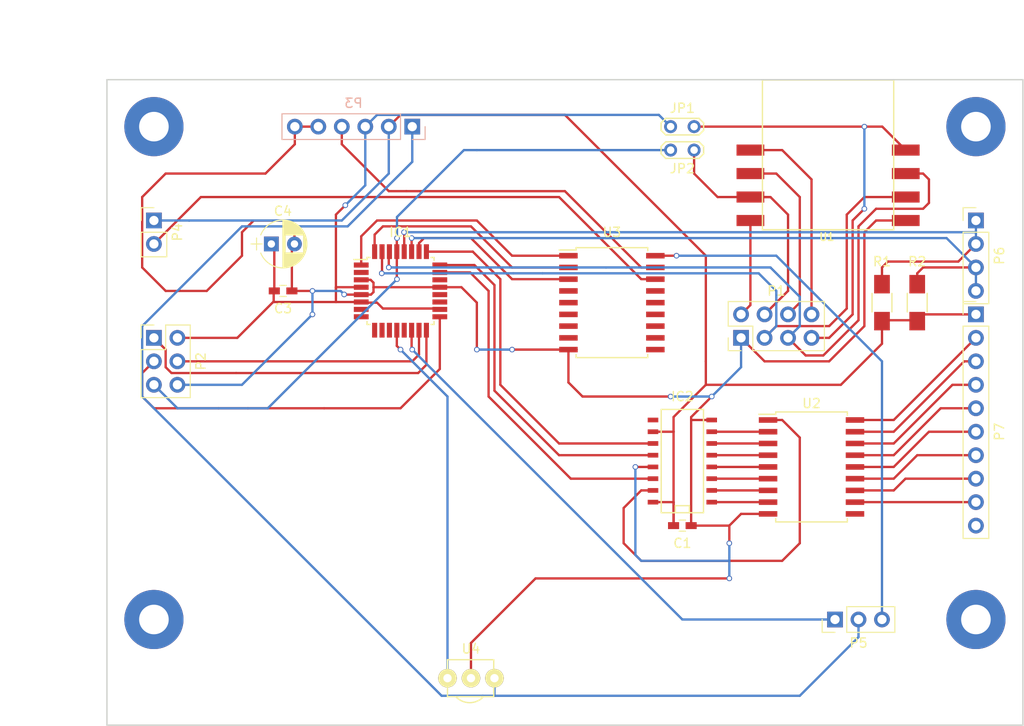
<source format=kicad_pcb>
(kicad_pcb (version 4) (host pcbnew 4.0.4+e1-6308~48~ubuntu15.10.1-stable)

  (general
    (links 80)
    (no_connects 0)
    (area 59.436667 34.83 176.442858 113.105001)
    (thickness 1.6)
    (drawings 6)
    (tracks 367)
    (zones 0)
    (modules 24)
    (nets 45)
  )

  (page A4)
  (layers
    (0 F.Cu signal)
    (31 B.Cu signal)
    (32 B.Adhes user)
    (33 F.Adhes user)
    (34 B.Paste user)
    (35 F.Paste user)
    (36 B.SilkS user)
    (37 F.SilkS user)
    (38 B.Mask user)
    (39 F.Mask user)
    (40 Dwgs.User user)
    (41 Cmts.User user)
    (42 Eco1.User user)
    (43 Eco2.User user)
    (44 Edge.Cuts user)
    (45 Margin user)
    (46 B.CrtYd user)
    (47 F.CrtYd user)
    (48 B.Fab user)
    (49 F.Fab user)
  )

  (setup
    (last_trace_width 0.25)
    (user_trace_width 0.381)
    (user_trace_width 0.508)
    (user_trace_width 0.762)
    (user_trace_width 1.016)
    (user_trace_width 1.524)
    (user_trace_width 2.54)
    (trace_clearance 0.2)
    (zone_clearance 0.508)
    (zone_45_only no)
    (trace_min 0.2)
    (segment_width 0.2)
    (edge_width 0.15)
    (via_size 0.6)
    (via_drill 0.4)
    (via_min_size 0.4)
    (via_min_drill 0.3)
    (user_via 1.524 0.762)
    (user_via 1.778 0.762)
    (uvia_size 0.3)
    (uvia_drill 0.1)
    (uvias_allowed no)
    (uvia_min_size 0.2)
    (uvia_min_drill 0.1)
    (pcb_text_width 0.3)
    (pcb_text_size 1 1)
    (mod_edge_width 0.15)
    (mod_text_size 1 1)
    (mod_text_width 0.15)
    (pad_size 1 1)
    (pad_drill 0.6)
    (pad_to_mask_clearance 0.1)
    (aux_axis_origin 0 0)
    (visible_elements FFFEFF7F)
    (pcbplotparams
      (layerselection 0x00030_80000001)
      (usegerberextensions false)
      (excludeedgelayer true)
      (linewidth 0.100000)
      (plotframeref false)
      (viasonmask false)
      (mode 1)
      (useauxorigin false)
      (hpglpennumber 1)
      (hpglpenspeed 20)
      (hpglpendiameter 15)
      (hpglpenoverlay 2)
      (psnegative false)
      (psa4output false)
      (plotreference true)
      (plotvalue true)
      (plotinvisibletext false)
      (padsonsilk false)
      (subtractmaskfromsilk false)
      (outputformat 1)
      (mirror false)
      (drillshape 1)
      (scaleselection 1)
      (outputdirectory ""))
  )

  (net 0 "")
  (net 1 GND)
  (net 2 +5P)
  (net 3 +3V3)
  (net 4 +5V)
  (net 5 /K-AlimPreamp)
  (net 6 /SER)
  (net 7 /RCLK)
  (net 8 /SRCLK)
  (net 9 /PWR_PRE)
  (net 10 /PWR_AMP)
  (net 11 /LED_DIN)
  (net 12 /MOSI)
  (net 13 /MISO)
  (net 14 /SCLK)
  (net 15 /IR-OUT)
  (net 16 /SDA)
  (net 17 /SCL)
  (net 18 /RESET)
  (net 19 /ESP-TX)
  (net 20 /ESP-RX)
  (net 21 /PWR_LED)
  (net 22 /ESP-GPIO2)
  (net 23 /K-AlimAmpli)
  (net 24 /LED_GND)
  (net 25 /ESP-VCC)
  (net 26 /ESP-RST)
  (net 27 /ESP-GPIO0)
  (net 28 /ESP-GPIO15)
  (net 29 "Net-(P7-Pad2)")
  (net 30 "Net-(P7-Pad3)")
  (net 31 "Net-(P7-Pad4)")
  (net 32 "Net-(P7-Pad5)")
  (net 33 "Net-(P7-Pad6)")
  (net 34 "Net-(P7-Pad7)")
  (net 35 "Net-(P7-Pad8)")
  (net 36 "Net-(P7-Pad9)")
  (net 37 /hp)
  (net 38 /s7)
  (net 39 /s6)
  (net 40 /s5)
  (net 41 /s4)
  (net 42 /s3)
  (net 43 /s2)
  (net 44 /s1)

  (net_class Default "Ceci est la Netclass par défaut"
    (clearance 0.2)
    (trace_width 0.25)
    (via_dia 0.6)
    (via_drill 0.4)
    (uvia_dia 0.3)
    (uvia_drill 0.1)
    (add_net +3V3)
    (add_net +5P)
    (add_net +5V)
    (add_net /ESP-GPIO0)
    (add_net /ESP-GPIO15)
    (add_net /ESP-GPIO2)
    (add_net /ESP-RST)
    (add_net /ESP-RX)
    (add_net /ESP-TX)
    (add_net /ESP-VCC)
    (add_net /IR-OUT)
    (add_net /K-AlimAmpli)
    (add_net /K-AlimPreamp)
    (add_net /LED_DIN)
    (add_net /LED_GND)
    (add_net /MISO)
    (add_net /MOSI)
    (add_net /PWR_AMP)
    (add_net /PWR_LED)
    (add_net /PWR_PRE)
    (add_net /RCLK)
    (add_net /RESET)
    (add_net /SCL)
    (add_net /SCLK)
    (add_net /SDA)
    (add_net /SER)
    (add_net /SRCLK)
    (add_net /hp)
    (add_net /s1)
    (add_net /s2)
    (add_net /s3)
    (add_net /s4)
    (add_net /s5)
    (add_net /s6)
    (add_net /s7)
    (add_net GND)
    (add_net "Net-(P7-Pad2)")
    (add_net "Net-(P7-Pad3)")
    (add_net "Net-(P7-Pad4)")
    (add_net "Net-(P7-Pad5)")
    (add_net "Net-(P7-Pad6)")
    (add_net "Net-(P7-Pad7)")
    (add_net "Net-(P7-Pad8)")
    (add_net "Net-(P7-Pad9)")
  )

  (module SMD_Packages:SO-16-N (layer F.Cu) (tedit 58922208) (tstamp 588B7367)
    (at 133.35 84.455 90)
    (descr "Module CMS SOJ 16 pins large")
    (tags "CMS SOJ")
    (path /588570EE)
    (attr smd)
    (fp_text reference IC2 (at 6.985 0 180) (layer F.SilkS)
      (effects (font (size 1 1) (thickness 0.15)))
    )
    (fp_text value 74HC595D (at 0 1.27 90) (layer F.Fab)
      (effects (font (size 1 1) (thickness 0.15)))
    )
    (fp_line (start -5.588 -0.762) (end -4.826 -0.762) (layer F.SilkS) (width 0.15))
    (fp_line (start -4.826 -0.762) (end -4.826 0.762) (layer F.SilkS) (width 0.15))
    (fp_line (start -4.826 0.762) (end -5.588 0.762) (layer F.SilkS) (width 0.15))
    (fp_line (start 5.588 -2.286) (end 5.588 2.286) (layer F.SilkS) (width 0.15))
    (fp_line (start 5.588 2.286) (end -5.588 2.286) (layer F.SilkS) (width 0.15))
    (fp_line (start -5.588 2.286) (end -5.588 -2.286) (layer F.SilkS) (width 0.15))
    (fp_line (start -5.588 -2.286) (end 5.588 -2.286) (layer F.SilkS) (width 0.15))
    (pad 16 smd rect (at -4.445 -3.175 90) (size 0.508 1.143) (layers F.Cu F.Paste F.Mask)
      (net 4 +5V))
    (pad 14 smd rect (at -1.905 -3.175 90) (size 0.508 1.143) (layers F.Cu F.Paste F.Mask)
      (net 6 /SER))
    (pad 13 smd rect (at -0.635 -3.175 90) (size 0.508 1.143) (layers F.Cu F.Paste F.Mask)
      (net 1 GND))
    (pad 12 smd rect (at 0.635 -3.175 90) (size 0.508 1.143) (layers F.Cu F.Paste F.Mask)
      (net 7 /RCLK))
    (pad 11 smd rect (at 1.905 -3.175 90) (size 0.508 1.143) (layers F.Cu F.Paste F.Mask)
      (net 8 /SRCLK))
    (pad 10 smd rect (at 3.175 -3.175 90) (size 0.508 1.143) (layers F.Cu F.Paste F.Mask)
      (net 4 +5V))
    (pad 9 smd rect (at 4.445 -3.175 90) (size 0.508 1.143) (layers F.Cu F.Paste F.Mask))
    (pad 8 smd rect (at 4.445 3.175 90) (size 0.508 1.143) (layers F.Cu F.Paste F.Mask)
      (net 1 GND))
    (pad 7 smd rect (at 3.175 3.175 90) (size 0.508 1.143) (layers F.Cu F.Paste F.Mask)
      (net 37 /hp))
    (pad 6 smd rect (at 1.905 3.175 90) (size 0.508 1.143) (layers F.Cu F.Paste F.Mask)
      (net 38 /s7))
    (pad 5 smd rect (at 0.635 3.175 90) (size 0.508 1.143) (layers F.Cu F.Paste F.Mask)
      (net 39 /s6))
    (pad 4 smd rect (at -0.635 3.175 90) (size 0.508 1.143) (layers F.Cu F.Paste F.Mask)
      (net 40 /s5))
    (pad 3 smd rect (at -1.905 3.175 90) (size 0.508 1.143) (layers F.Cu F.Paste F.Mask)
      (net 41 /s4))
    (pad 2 smd rect (at -3.175 3.175 90) (size 0.508 1.143) (layers F.Cu F.Paste F.Mask)
      (net 42 /s3))
    (pad 1 smd rect (at -4.445 3.175 90) (size 0.508 1.143) (layers F.Cu F.Paste F.Mask)
      (net 43 /s2))
    (pad 15 smd rect (at -3.175 -3.175 90) (size 0.508 1.143) (layers F.Cu F.Paste F.Mask)
      (net 44 /s1))
    (model SMD_Packages.3dshapes/SO-16-N.wrl
      (at (xyz 0 0 0))
      (scale (xyz 0.5 0.4 0.5))
      (rotate (xyz 0 0 0))
    )
  )

  (module Capacitors_SMD:C_0603_HandSoldering (layer F.Cu) (tedit 5892220F) (tstamp 588B72FF)
    (at 133.35 91.44)
    (descr "Capacitor SMD 0603, hand soldering")
    (tags "capacitor 0603")
    (path /5882B9E5)
    (attr smd)
    (fp_text reference C1 (at 0 1.905) (layer F.SilkS)
      (effects (font (size 1 1) (thickness 0.15)))
    )
    (fp_text value 100nF (at 0 1.9) (layer F.Fab)
      (effects (font (size 1 1) (thickness 0.15)))
    )
    (fp_line (start -0.8 0.4) (end -0.8 -0.4) (layer F.Fab) (width 0.1))
    (fp_line (start 0.8 0.4) (end -0.8 0.4) (layer F.Fab) (width 0.1))
    (fp_line (start 0.8 -0.4) (end 0.8 0.4) (layer F.Fab) (width 0.1))
    (fp_line (start -0.8 -0.4) (end 0.8 -0.4) (layer F.Fab) (width 0.1))
    (fp_line (start -1.85 -0.75) (end 1.85 -0.75) (layer F.CrtYd) (width 0.05))
    (fp_line (start -1.85 0.75) (end 1.85 0.75) (layer F.CrtYd) (width 0.05))
    (fp_line (start -1.85 -0.75) (end -1.85 0.75) (layer F.CrtYd) (width 0.05))
    (fp_line (start 1.85 -0.75) (end 1.85 0.75) (layer F.CrtYd) (width 0.05))
    (fp_line (start -0.35 -0.6) (end 0.35 -0.6) (layer F.SilkS) (width 0.12))
    (fp_line (start 0.35 0.6) (end -0.35 0.6) (layer F.SilkS) (width 0.12))
    (pad 1 smd rect (at -0.95 0) (size 1.2 0.75) (layers F.Cu F.Paste F.Mask)
      (net 4 +5V))
    (pad 2 smd rect (at 0.95 0) (size 1.2 0.75) (layers F.Cu F.Paste F.Mask)
      (net 1 GND))
    (model Capacitors_SMD.3dshapes/C_0603_HandSoldering.wrl
      (at (xyz 0 0 0))
      (scale (xyz 1 1 1))
      (rotate (xyz 0 0 0))
    )
  )

  (module Housings_QFP:TQFP-32_7x7mm_Pitch0.8mm (layer F.Cu) (tedit 5892221C) (tstamp 588B738B)
    (at 102.87 66.04)
    (descr "32-Lead Plastic Thin Quad Flatpack (PT) - 7x7x1.0 mm Body, 2.00 mm [TQFP] (see Microchip Packaging Specification 00000049BS.pdf)")
    (tags "QFP 0.8")
    (path /5882126A)
    (attr smd)
    (fp_text reference IC1 (at 0 -6.35) (layer F.SilkS)
      (effects (font (size 1 1) (thickness 0.15)))
    )
    (fp_text value ATMEGA328P-AU (at 0 6.05) (layer F.Fab)
      (effects (font (size 1 1) (thickness 0.15)))
    )
    (fp_text user %R (at 0 0) (layer F.Fab)
      (effects (font (size 1 1) (thickness 0.15)))
    )
    (fp_line (start -2.5 -3.5) (end 3.5 -3.5) (layer F.Fab) (width 0.15))
    (fp_line (start 3.5 -3.5) (end 3.5 3.5) (layer F.Fab) (width 0.15))
    (fp_line (start 3.5 3.5) (end -3.5 3.5) (layer F.Fab) (width 0.15))
    (fp_line (start -3.5 3.5) (end -3.5 -2.5) (layer F.Fab) (width 0.15))
    (fp_line (start -3.5 -2.5) (end -2.5 -3.5) (layer F.Fab) (width 0.15))
    (fp_line (start -5.3 -5.3) (end -5.3 5.3) (layer F.CrtYd) (width 0.05))
    (fp_line (start 5.3 -5.3) (end 5.3 5.3) (layer F.CrtYd) (width 0.05))
    (fp_line (start -5.3 -5.3) (end 5.3 -5.3) (layer F.CrtYd) (width 0.05))
    (fp_line (start -5.3 5.3) (end 5.3 5.3) (layer F.CrtYd) (width 0.05))
    (fp_line (start -3.625 -3.625) (end -3.625 -3.4) (layer F.SilkS) (width 0.15))
    (fp_line (start 3.625 -3.625) (end 3.625 -3.3) (layer F.SilkS) (width 0.15))
    (fp_line (start 3.625 3.625) (end 3.625 3.3) (layer F.SilkS) (width 0.15))
    (fp_line (start -3.625 3.625) (end -3.625 3.3) (layer F.SilkS) (width 0.15))
    (fp_line (start -3.625 -3.625) (end -3.3 -3.625) (layer F.SilkS) (width 0.15))
    (fp_line (start -3.625 3.625) (end -3.3 3.625) (layer F.SilkS) (width 0.15))
    (fp_line (start 3.625 3.625) (end 3.3 3.625) (layer F.SilkS) (width 0.15))
    (fp_line (start 3.625 -3.625) (end 3.3 -3.625) (layer F.SilkS) (width 0.15))
    (fp_line (start -3.625 -3.4) (end -5.05 -3.4) (layer F.SilkS) (width 0.15))
    (pad 1 smd rect (at -4.25 -2.8) (size 1.6 0.55) (layers F.Cu F.Paste F.Mask)
      (net 21 /PWR_LED))
    (pad 2 smd rect (at -4.25 -2) (size 1.6 0.55) (layers F.Cu F.Paste F.Mask))
    (pad 3 smd rect (at -4.25 -1.2) (size 1.6 0.55) (layers F.Cu F.Paste F.Mask)
      (net 1 GND))
    (pad 4 smd rect (at -4.25 -0.4) (size 1.6 0.55) (layers F.Cu F.Paste F.Mask)
      (net 3 +3V3))
    (pad 5 smd rect (at -4.25 0.4) (size 1.6 0.55) (layers F.Cu F.Paste F.Mask)
      (net 1 GND))
    (pad 6 smd rect (at -4.25 1.2) (size 1.6 0.55) (layers F.Cu F.Paste F.Mask)
      (net 3 +3V3))
    (pad 7 smd rect (at -4.25 2) (size 1.6 0.55) (layers F.Cu F.Paste F.Mask))
    (pad 8 smd rect (at -4.25 2.8) (size 1.6 0.55) (layers F.Cu F.Paste F.Mask))
    (pad 9 smd rect (at -2.8 4.25 90) (size 1.6 0.55) (layers F.Cu F.Paste F.Mask))
    (pad 10 smd rect (at -2 4.25 90) (size 1.6 0.55) (layers F.Cu F.Paste F.Mask))
    (pad 11 smd rect (at -1.2 4.25 90) (size 1.6 0.55) (layers F.Cu F.Paste F.Mask))
    (pad 12 smd rect (at -0.4 4.25 90) (size 1.6 0.55) (layers F.Cu F.Paste F.Mask)
      (net 15 /IR-OUT))
    (pad 13 smd rect (at 0.4 4.25 90) (size 1.6 0.55) (layers F.Cu F.Paste F.Mask))
    (pad 14 smd rect (at 1.2 4.25 90) (size 1.6 0.55) (layers F.Cu F.Paste F.Mask)
      (net 11 /LED_DIN))
    (pad 15 smd rect (at 2 4.25 90) (size 1.6 0.55) (layers F.Cu F.Paste F.Mask)
      (net 12 /MOSI))
    (pad 16 smd rect (at 2.8 4.25 90) (size 1.6 0.55) (layers F.Cu F.Paste F.Mask)
      (net 13 /MISO))
    (pad 17 smd rect (at 4.25 2.8) (size 1.6 0.55) (layers F.Cu F.Paste F.Mask)
      (net 14 /SCLK))
    (pad 18 smd rect (at 4.25 2) (size 1.6 0.55) (layers F.Cu F.Paste F.Mask)
      (net 3 +3V3))
    (pad 19 smd rect (at 4.25 1.2) (size 1.6 0.55) (layers F.Cu F.Paste F.Mask))
    (pad 20 smd rect (at 4.25 0.4) (size 1.6 0.55) (layers F.Cu F.Paste F.Mask))
    (pad 21 smd rect (at 4.25 -0.4) (size 1.6 0.55) (layers F.Cu F.Paste F.Mask)
      (net 1 GND))
    (pad 22 smd rect (at 4.25 -1.2) (size 1.6 0.55) (layers F.Cu F.Paste F.Mask))
    (pad 23 smd rect (at 4.25 -2) (size 1.6 0.55) (layers F.Cu F.Paste F.Mask)
      (net 6 /SER))
    (pad 24 smd rect (at 4.25 -2.8) (size 1.6 0.55) (layers F.Cu F.Paste F.Mask)
      (net 7 /RCLK))
    (pad 25 smd rect (at 2.8 -4.25 90) (size 1.6 0.55) (layers F.Cu F.Paste F.Mask)
      (net 8 /SRCLK))
    (pad 26 smd rect (at 2 -4.25 90) (size 1.6 0.55) (layers F.Cu F.Paste F.Mask)
      (net 10 /PWR_AMP))
    (pad 27 smd rect (at 1.2 -4.25 90) (size 1.6 0.55) (layers F.Cu F.Paste F.Mask)
      (net 16 /SDA))
    (pad 28 smd rect (at 0.4 -4.25 90) (size 1.6 0.55) (layers F.Cu F.Paste F.Mask)
      (net 17 /SCL))
    (pad 29 smd rect (at -0.4 -4.25 90) (size 1.6 0.55) (layers F.Cu F.Paste F.Mask)
      (net 18 /RESET))
    (pad 30 smd rect (at -1.2 -4.25 90) (size 1.6 0.55) (layers F.Cu F.Paste F.Mask)
      (net 19 /ESP-TX))
    (pad 31 smd rect (at -2 -4.25 90) (size 1.6 0.55) (layers F.Cu F.Paste F.Mask)
      (net 20 /ESP-RX))
    (pad 32 smd rect (at -2.8 -4.25 90) (size 1.6 0.55) (layers F.Cu F.Paste F.Mask)
      (net 9 /PWR_PRE))
    (model Housings_QFP.3dshapes/TQFP-32_7x7mm_Pitch0.8mm.wrl
      (at (xyz 0 0 0))
      (scale (xyz 1 1 1))
      (rotate (xyz 0 0 0))
    )
  )

  (module Measurement_Points:Test_Point_2Pads (layer F.Cu) (tedit 56C3646A) (tstamp 588B73B6)
    (at 132.08 48.26)
    (descr "Connecteurs 2 pins")
    (tags "CONN DEV")
    (path /588A897F)
    (attr virtual)
    (fp_text reference JP1 (at 1.27 -2) (layer F.SilkS)
      (effects (font (size 1 1) (thickness 0.15)))
    )
    (fp_text value JUMPER (at 1.27 2) (layer F.Fab)
      (effects (font (size 1 1) (thickness 0.15)))
    )
    (fp_line (start -0.65 1.15) (end 3.15 1.15) (layer F.CrtYd) (width 0.05))
    (fp_line (start 3.15 1.15) (end 3.8 0.5) (layer F.CrtYd) (width 0.05))
    (fp_line (start 3.8 0.5) (end 3.8 -0.5) (layer F.CrtYd) (width 0.05))
    (fp_line (start 3.8 -0.5) (end 3.15 -1.15) (layer F.CrtYd) (width 0.05))
    (fp_line (start 3.15 -1.15) (end -0.65 -1.15) (layer F.CrtYd) (width 0.05))
    (fp_line (start -0.65 -1.15) (end -1.3 -0.5) (layer F.CrtYd) (width 0.05))
    (fp_line (start -1.3 -0.5) (end -1.3 0.5) (layer F.CrtYd) (width 0.05))
    (fp_line (start -1.3 0.5) (end -0.65 1.15) (layer F.CrtYd) (width 0.05))
    (fp_line (start -0.53 -0.9) (end 3.07 -0.9) (layer F.SilkS) (width 0.15))
    (fp_line (start 3.07 -0.9) (end 3.57 -0.4) (layer F.SilkS) (width 0.15))
    (fp_line (start 3.57 -0.4) (end 3.57 0.4) (layer F.SilkS) (width 0.15))
    (fp_line (start 3.57 0.4) (end 3.07 0.9) (layer F.SilkS) (width 0.15))
    (fp_line (start 3.07 0.9) (end -0.53 0.9) (layer F.SilkS) (width 0.15))
    (fp_line (start -0.53 0.9) (end -1.03 0.4) (layer F.SilkS) (width 0.15))
    (fp_line (start -1.03 0.4) (end -1.03 -0.4) (layer F.SilkS) (width 0.15))
    (fp_line (start -1.03 -0.4) (end -0.53 -0.9) (layer F.SilkS) (width 0.15))
    (pad 1 thru_hole circle (at 0 0) (size 1.4 1.4) (drill 0.8128) (layers *.Cu *.Mask)
      (net 3 +3V3))
    (pad 2 thru_hole circle (at 2.54 0) (size 1.4 1.4) (drill 0.8128) (layers *.Cu *.Mask)
      (net 25 /ESP-VCC))
  )

  (module Measurement_Points:Test_Point_2Pads (layer F.Cu) (tedit 56C3646A) (tstamp 588B73BC)
    (at 134.62 50.8 180)
    (descr "Connecteurs 2 pins")
    (tags "CONN DEV")
    (path /588A850B)
    (attr virtual)
    (fp_text reference JP2 (at 1.27 -2 180) (layer F.SilkS)
      (effects (font (size 1 1) (thickness 0.15)))
    )
    (fp_text value JUMPER (at 1.27 2 180) (layer F.Fab)
      (effects (font (size 1 1) (thickness 0.15)))
    )
    (fp_line (start -0.65 1.15) (end 3.15 1.15) (layer F.CrtYd) (width 0.05))
    (fp_line (start 3.15 1.15) (end 3.8 0.5) (layer F.CrtYd) (width 0.05))
    (fp_line (start 3.8 0.5) (end 3.8 -0.5) (layer F.CrtYd) (width 0.05))
    (fp_line (start 3.8 -0.5) (end 3.15 -1.15) (layer F.CrtYd) (width 0.05))
    (fp_line (start 3.15 -1.15) (end -0.65 -1.15) (layer F.CrtYd) (width 0.05))
    (fp_line (start -0.65 -1.15) (end -1.3 -0.5) (layer F.CrtYd) (width 0.05))
    (fp_line (start -1.3 -0.5) (end -1.3 0.5) (layer F.CrtYd) (width 0.05))
    (fp_line (start -1.3 0.5) (end -0.65 1.15) (layer F.CrtYd) (width 0.05))
    (fp_line (start -0.53 -0.9) (end 3.07 -0.9) (layer F.SilkS) (width 0.15))
    (fp_line (start 3.07 -0.9) (end 3.57 -0.4) (layer F.SilkS) (width 0.15))
    (fp_line (start 3.57 -0.4) (end 3.57 0.4) (layer F.SilkS) (width 0.15))
    (fp_line (start 3.57 0.4) (end 3.07 0.9) (layer F.SilkS) (width 0.15))
    (fp_line (start 3.07 0.9) (end -0.53 0.9) (layer F.SilkS) (width 0.15))
    (fp_line (start -0.53 0.9) (end -1.03 0.4) (layer F.SilkS) (width 0.15))
    (fp_line (start -1.03 0.4) (end -1.03 -0.4) (layer F.SilkS) (width 0.15))
    (fp_line (start -1.03 -0.4) (end -0.53 -0.9) (layer F.SilkS) (width 0.15))
    (pad 1 thru_hole circle (at 0 0 180) (size 1.4 1.4) (drill 0.8128) (layers *.Cu *.Mask)
      (net 22 /ESP-GPIO2))
    (pad 2 thru_hole circle (at 2.54 0 180) (size 1.4 1.4) (drill 0.8128) (layers *.Cu *.Mask)
      (net 18 /RESET))
  )

  (module Pin_Headers:Pin_Header_Straight_1x02_Pitch2.54mm (layer F.Cu) (tedit 588FACD5) (tstamp 588B7411)
    (at 76.2 58.42)
    (descr "Through hole straight pin header, 1x02, 2.54mm pitch, single row")
    (tags "Through hole pin header THT 1x02 2.54mm single row")
    (path /58894554)
    (fp_text reference P4 (at 2.54 1.27 90) (layer F.SilkS)
      (effects (font (size 1 1) (thickness 0.15)))
    )
    (fp_text value CONN_01X02 (at 0 4.93) (layer F.Fab)
      (effects (font (size 1 1) (thickness 0.15)))
    )
    (fp_line (start -1.27 -1.27) (end -1.27 3.81) (layer F.Fab) (width 0.1))
    (fp_line (start -1.27 3.81) (end 1.27 3.81) (layer F.Fab) (width 0.1))
    (fp_line (start 1.27 3.81) (end 1.27 -1.27) (layer F.Fab) (width 0.1))
    (fp_line (start 1.27 -1.27) (end -1.27 -1.27) (layer F.Fab) (width 0.1))
    (fp_line (start -1.39 1.27) (end -1.39 3.93) (layer F.SilkS) (width 0.12))
    (fp_line (start -1.39 3.93) (end 1.39 3.93) (layer F.SilkS) (width 0.12))
    (fp_line (start 1.39 3.93) (end 1.39 1.27) (layer F.SilkS) (width 0.12))
    (fp_line (start 1.39 1.27) (end -1.39 1.27) (layer F.SilkS) (width 0.12))
    (fp_line (start -1.39 0) (end -1.39 -1.39) (layer F.SilkS) (width 0.12))
    (fp_line (start -1.39 -1.39) (end 0 -1.39) (layer F.SilkS) (width 0.12))
    (fp_line (start -1.6 -1.6) (end -1.6 4.1) (layer F.CrtYd) (width 0.05))
    (fp_line (start -1.6 4.1) (end 1.6 4.1) (layer F.CrtYd) (width 0.05))
    (fp_line (start 1.6 4.1) (end 1.6 -1.6) (layer F.CrtYd) (width 0.05))
    (fp_line (start 1.6 -1.6) (end -1.6 -1.6) (layer F.CrtYd) (width 0.05))
    (pad 1 thru_hole rect (at 0 0) (size 1.7 1.7) (drill 1) (layers *.Cu *.Mask)
      (net 4 +5V))
    (pad 2 thru_hole oval (at 0 2.54) (size 1.7 1.7) (drill 1) (layers *.Cu *.Mask)
      (net 23 /K-AlimAmpli))
    (model Pin_Headers.3dshapes/Pin_Header_Straight_1x02_Pitch2.54mm.wrl
      (at (xyz 0 -0.05 0))
      (scale (xyz 1 1 1))
      (rotate (xyz 0 0 90))
    )
  )

  (module Pin_Headers:Pin_Header_Straight_1x03_Pitch2.54mm (layer F.Cu) (tedit 589221E7) (tstamp 588B7418)
    (at 149.86 101.6 90)
    (descr "Through hole straight pin header, 1x03, 2.54mm pitch, single row")
    (tags "Through hole pin header THT 1x03 2.54mm single row")
    (path /5888E7CB)
    (fp_text reference P5 (at -2.54 2.54 180) (layer F.SilkS)
      (effects (font (size 1 1) (thickness 0.15)))
    )
    (fp_text value CONN_01X03 (at 0 7.47 90) (layer F.Fab)
      (effects (font (size 1 1) (thickness 0.15)))
    )
    (fp_line (start -1.27 -1.27) (end -1.27 6.35) (layer F.Fab) (width 0.1))
    (fp_line (start -1.27 6.35) (end 1.27 6.35) (layer F.Fab) (width 0.1))
    (fp_line (start 1.27 6.35) (end 1.27 -1.27) (layer F.Fab) (width 0.1))
    (fp_line (start 1.27 -1.27) (end -1.27 -1.27) (layer F.Fab) (width 0.1))
    (fp_line (start -1.39 1.27) (end -1.39 6.47) (layer F.SilkS) (width 0.12))
    (fp_line (start -1.39 6.47) (end 1.39 6.47) (layer F.SilkS) (width 0.12))
    (fp_line (start 1.39 6.47) (end 1.39 1.27) (layer F.SilkS) (width 0.12))
    (fp_line (start 1.39 1.27) (end -1.39 1.27) (layer F.SilkS) (width 0.12))
    (fp_line (start -1.39 0) (end -1.39 -1.39) (layer F.SilkS) (width 0.12))
    (fp_line (start -1.39 -1.39) (end 0 -1.39) (layer F.SilkS) (width 0.12))
    (fp_line (start -1.6 -1.6) (end -1.6 6.6) (layer F.CrtYd) (width 0.05))
    (fp_line (start -1.6 6.6) (end 1.6 6.6) (layer F.CrtYd) (width 0.05))
    (fp_line (start 1.6 6.6) (end 1.6 -1.6) (layer F.CrtYd) (width 0.05))
    (fp_line (start 1.6 -1.6) (end -1.6 -1.6) (layer F.CrtYd) (width 0.05))
    (pad 1 thru_hole rect (at 0 0 90) (size 1.7 1.7) (drill 1) (layers *.Cu *.Mask)
      (net 11 /LED_DIN))
    (pad 2 thru_hole oval (at 0 2.54 90) (size 1.7 1.7) (drill 1) (layers *.Cu *.Mask)
      (net 2 +5P))
    (pad 3 thru_hole oval (at 0 5.08 90) (size 1.7 1.7) (drill 1) (layers *.Cu *.Mask)
      (net 24 /LED_GND))
    (model Pin_Headers.3dshapes/Pin_Header_Straight_1x03_Pitch2.54mm.wrl
      (at (xyz 0 -0.1 0))
      (scale (xyz 1 1 1))
      (rotate (xyz 0 0 90))
    )
  )

  (module Pin_Headers:Pin_Header_Straight_1x10_Pitch2.54mm (layer F.Cu) (tedit 588FACDC) (tstamp 588B7438)
    (at 165.1 68.58)
    (descr "Through hole straight pin header, 1x10, 2.54mm pitch, single row")
    (tags "Through hole pin header THT 1x10 2.54mm single row")
    (path /5883769A)
    (fp_text reference P7 (at 2.54 12.7 90) (layer F.SilkS)
      (effects (font (size 1 1) (thickness 0.15)))
    )
    (fp_text value CONN_01X10 (at 0 25.25) (layer F.Fab)
      (effects (font (size 1 1) (thickness 0.15)))
    )
    (fp_line (start -1.27 -1.27) (end -1.27 24.13) (layer F.Fab) (width 0.1))
    (fp_line (start -1.27 24.13) (end 1.27 24.13) (layer F.Fab) (width 0.1))
    (fp_line (start 1.27 24.13) (end 1.27 -1.27) (layer F.Fab) (width 0.1))
    (fp_line (start 1.27 -1.27) (end -1.27 -1.27) (layer F.Fab) (width 0.1))
    (fp_line (start -1.39 1.27) (end -1.39 24.25) (layer F.SilkS) (width 0.12))
    (fp_line (start -1.39 24.25) (end 1.39 24.25) (layer F.SilkS) (width 0.12))
    (fp_line (start 1.39 24.25) (end 1.39 1.27) (layer F.SilkS) (width 0.12))
    (fp_line (start 1.39 1.27) (end -1.39 1.27) (layer F.SilkS) (width 0.12))
    (fp_line (start -1.39 0) (end -1.39 -1.39) (layer F.SilkS) (width 0.12))
    (fp_line (start -1.39 -1.39) (end 0 -1.39) (layer F.SilkS) (width 0.12))
    (fp_line (start -1.6 -1.6) (end -1.6 24.4) (layer F.CrtYd) (width 0.05))
    (fp_line (start -1.6 24.4) (end 1.6 24.4) (layer F.CrtYd) (width 0.05))
    (fp_line (start 1.6 24.4) (end 1.6 -1.6) (layer F.CrtYd) (width 0.05))
    (fp_line (start 1.6 -1.6) (end -1.6 -1.6) (layer F.CrtYd) (width 0.05))
    (pad 1 thru_hole rect (at 0 0) (size 1.7 1.7) (drill 1) (layers *.Cu *.Mask)
      (net 4 +5V))
    (pad 2 thru_hole oval (at 0 2.54) (size 1.7 1.7) (drill 1) (layers *.Cu *.Mask)
      (net 29 "Net-(P7-Pad2)"))
    (pad 3 thru_hole oval (at 0 5.08) (size 1.7 1.7) (drill 1) (layers *.Cu *.Mask)
      (net 30 "Net-(P7-Pad3)"))
    (pad 4 thru_hole oval (at 0 7.62) (size 1.7 1.7) (drill 1) (layers *.Cu *.Mask)
      (net 31 "Net-(P7-Pad4)"))
    (pad 5 thru_hole oval (at 0 10.16) (size 1.7 1.7) (drill 1) (layers *.Cu *.Mask)
      (net 32 "Net-(P7-Pad5)"))
    (pad 6 thru_hole oval (at 0 12.7) (size 1.7 1.7) (drill 1) (layers *.Cu *.Mask)
      (net 33 "Net-(P7-Pad6)"))
    (pad 7 thru_hole oval (at 0 15.24) (size 1.7 1.7) (drill 1) (layers *.Cu *.Mask)
      (net 34 "Net-(P7-Pad7)"))
    (pad 8 thru_hole oval (at 0 17.78) (size 1.7 1.7) (drill 1) (layers *.Cu *.Mask)
      (net 35 "Net-(P7-Pad8)"))
    (pad 9 thru_hole oval (at 0 20.32) (size 1.7 1.7) (drill 1) (layers *.Cu *.Mask)
      (net 36 "Net-(P7-Pad9)"))
    (pad 10 thru_hole oval (at 0 22.86) (size 1.7 1.7) (drill 1) (layers *.Cu *.Mask))
    (model Pin_Headers.3dshapes/Pin_Header_Straight_1x10_Pitch2.54mm.wrl
      (at (xyz 0 -0.45 0))
      (scale (xyz 1 1 1))
      (rotate (xyz 0 0 90))
    )
  )

  (module Resistors_SMD:R_1206_HandSoldering (layer F.Cu) (tedit 589221F9) (tstamp 588B7462)
    (at 154.94 67.31 90)
    (descr "Resistor SMD 1206, hand soldering")
    (tags "resistor 1206")
    (path /5883B3E9)
    (attr smd)
    (fp_text reference R1 (at 4.445 0 180) (layer F.SilkS)
      (effects (font (size 1 1) (thickness 0.15)))
    )
    (fp_text value 10K (at 0 2.3 90) (layer F.Fab)
      (effects (font (size 1 1) (thickness 0.15)))
    )
    (fp_line (start -1.6 0.8) (end -1.6 -0.8) (layer F.Fab) (width 0.1))
    (fp_line (start 1.6 0.8) (end -1.6 0.8) (layer F.Fab) (width 0.1))
    (fp_line (start 1.6 -0.8) (end 1.6 0.8) (layer F.Fab) (width 0.1))
    (fp_line (start -1.6 -0.8) (end 1.6 -0.8) (layer F.Fab) (width 0.1))
    (fp_line (start -3.3 -1.2) (end 3.3 -1.2) (layer F.CrtYd) (width 0.05))
    (fp_line (start -3.3 1.2) (end 3.3 1.2) (layer F.CrtYd) (width 0.05))
    (fp_line (start -3.3 -1.2) (end -3.3 1.2) (layer F.CrtYd) (width 0.05))
    (fp_line (start 3.3 -1.2) (end 3.3 1.2) (layer F.CrtYd) (width 0.05))
    (fp_line (start 1 1.075) (end -1 1.075) (layer F.SilkS) (width 0.15))
    (fp_line (start -1 -1.075) (end 1 -1.075) (layer F.SilkS) (width 0.15))
    (pad 1 smd rect (at -2 0 90) (size 2 1.7) (layers F.Cu F.Paste F.Mask)
      (net 4 +5V))
    (pad 2 smd rect (at 2 0 90) (size 2 1.7) (layers F.Cu F.Paste F.Mask)
      (net 17 /SCL))
    (model Resistors_SMD.3dshapes/R_1206_HandSoldering.wrl
      (at (xyz 0 0 0))
      (scale (xyz 1 1 1))
      (rotate (xyz 0 0 0))
    )
  )

  (module Resistors_SMD:R_1206_HandSoldering (layer F.Cu) (tedit 589221F6) (tstamp 588B7468)
    (at 158.75 67.31 90)
    (descr "Resistor SMD 1206, hand soldering")
    (tags "resistor 1206")
    (path /5883C946)
    (attr smd)
    (fp_text reference R2 (at 4.445 0 180) (layer F.SilkS)
      (effects (font (size 1 1) (thickness 0.15)))
    )
    (fp_text value 10K (at 0 2.3 90) (layer F.Fab)
      (effects (font (size 1 1) (thickness 0.15)))
    )
    (fp_line (start -1.6 0.8) (end -1.6 -0.8) (layer F.Fab) (width 0.1))
    (fp_line (start 1.6 0.8) (end -1.6 0.8) (layer F.Fab) (width 0.1))
    (fp_line (start 1.6 -0.8) (end 1.6 0.8) (layer F.Fab) (width 0.1))
    (fp_line (start -1.6 -0.8) (end 1.6 -0.8) (layer F.Fab) (width 0.1))
    (fp_line (start -3.3 -1.2) (end 3.3 -1.2) (layer F.CrtYd) (width 0.05))
    (fp_line (start -3.3 1.2) (end 3.3 1.2) (layer F.CrtYd) (width 0.05))
    (fp_line (start -3.3 -1.2) (end -3.3 1.2) (layer F.CrtYd) (width 0.05))
    (fp_line (start 3.3 -1.2) (end 3.3 1.2) (layer F.CrtYd) (width 0.05))
    (fp_line (start 1 1.075) (end -1 1.075) (layer F.SilkS) (width 0.15))
    (fp_line (start -1 -1.075) (end 1 -1.075) (layer F.SilkS) (width 0.15))
    (pad 1 smd rect (at -2 0 90) (size 2 1.7) (layers F.Cu F.Paste F.Mask)
      (net 4 +5V))
    (pad 2 smd rect (at 2 0 90) (size 2 1.7) (layers F.Cu F.Paste F.Mask)
      (net 16 /SDA))
    (model Resistors_SMD.3dshapes/R_1206_HandSoldering.wrl
      (at (xyz 0 0 0))
      (scale (xyz 1 1 1))
      (rotate (xyz 0 0 0))
    )
  )

  (module Housings_SOIC:SOIC-18W_7.5x11.6mm_Pitch1.27mm (layer F.Cu) (tedit 5750353E) (tstamp 588B74C4)
    (at 147.32 85.09)
    (descr "18-Lead Plastic Small Outline (SO) - Wide, 7.50 mm Body [SOIC] (see Microchip Packaging Specification 00000049BS.pdf)")
    (tags "SOIC 1.27")
    (path /588506FE)
    (attr smd)
    (fp_text reference U2 (at 0 -6.875) (layer F.SilkS)
      (effects (font (size 1 1) (thickness 0.15)))
    )
    (fp_text value ULN2803A (at 0 6.875) (layer F.Fab)
      (effects (font (size 1 1) (thickness 0.15)))
    )
    (fp_line (start -2.75 -5.8) (end 3.75 -5.8) (layer F.Fab) (width 0.15))
    (fp_line (start 3.75 -5.8) (end 3.75 5.8) (layer F.Fab) (width 0.15))
    (fp_line (start 3.75 5.8) (end -3.75 5.8) (layer F.Fab) (width 0.15))
    (fp_line (start -3.75 5.8) (end -3.75 -4.8) (layer F.Fab) (width 0.15))
    (fp_line (start -3.75 -4.8) (end -2.75 -5.8) (layer F.Fab) (width 0.15))
    (fp_line (start -5.95 -6.15) (end -5.95 6.15) (layer F.CrtYd) (width 0.05))
    (fp_line (start 5.95 -6.15) (end 5.95 6.15) (layer F.CrtYd) (width 0.05))
    (fp_line (start -5.95 -6.15) (end 5.95 -6.15) (layer F.CrtYd) (width 0.05))
    (fp_line (start -5.95 6.15) (end 5.95 6.15) (layer F.CrtYd) (width 0.05))
    (fp_line (start -3.875 -5.95) (end -3.875 -5.7) (layer F.SilkS) (width 0.15))
    (fp_line (start 3.875 -5.95) (end 3.875 -5.605) (layer F.SilkS) (width 0.15))
    (fp_line (start 3.875 5.95) (end 3.875 5.605) (layer F.SilkS) (width 0.15))
    (fp_line (start -3.875 5.95) (end -3.875 5.605) (layer F.SilkS) (width 0.15))
    (fp_line (start -3.875 -5.95) (end 3.875 -5.95) (layer F.SilkS) (width 0.15))
    (fp_line (start -3.875 5.95) (end 3.875 5.95) (layer F.SilkS) (width 0.15))
    (fp_line (start -3.875 -5.7) (end -5.7 -5.7) (layer F.SilkS) (width 0.15))
    (pad 1 smd rect (at -4.7 -5.08) (size 2 0.6) (layers F.Cu F.Paste F.Mask)
      (net 44 /s1))
    (pad 2 smd rect (at -4.7 -3.81) (size 2 0.6) (layers F.Cu F.Paste F.Mask)
      (net 37 /hp))
    (pad 3 smd rect (at -4.7 -2.54) (size 2 0.6) (layers F.Cu F.Paste F.Mask)
      (net 38 /s7))
    (pad 4 smd rect (at -4.7 -1.27) (size 2 0.6) (layers F.Cu F.Paste F.Mask)
      (net 39 /s6))
    (pad 5 smd rect (at -4.7 0) (size 2 0.6) (layers F.Cu F.Paste F.Mask)
      (net 40 /s5))
    (pad 6 smd rect (at -4.7 1.27) (size 2 0.6) (layers F.Cu F.Paste F.Mask)
      (net 41 /s4))
    (pad 7 smd rect (at -4.7 2.54) (size 2 0.6) (layers F.Cu F.Paste F.Mask)
      (net 42 /s3))
    (pad 8 smd rect (at -4.7 3.81) (size 2 0.6) (layers F.Cu F.Paste F.Mask)
      (net 43 /s2))
    (pad 9 smd rect (at -4.7 5.08) (size 2 0.6) (layers F.Cu F.Paste F.Mask)
      (net 1 GND))
    (pad 10 smd rect (at 4.7 5.08) (size 2 0.6) (layers F.Cu F.Paste F.Mask))
    (pad 11 smd rect (at 4.7 3.81) (size 2 0.6) (layers F.Cu F.Paste F.Mask)
      (net 36 "Net-(P7-Pad9)"))
    (pad 12 smd rect (at 4.7 2.54) (size 2 0.6) (layers F.Cu F.Paste F.Mask)
      (net 35 "Net-(P7-Pad8)"))
    (pad 13 smd rect (at 4.7 1.27) (size 2 0.6) (layers F.Cu F.Paste F.Mask)
      (net 34 "Net-(P7-Pad7)"))
    (pad 14 smd rect (at 4.7 0) (size 2 0.6) (layers F.Cu F.Paste F.Mask)
      (net 33 "Net-(P7-Pad6)"))
    (pad 15 smd rect (at 4.7 -1.27) (size 2 0.6) (layers F.Cu F.Paste F.Mask)
      (net 32 "Net-(P7-Pad5)"))
    (pad 16 smd rect (at 4.7 -2.54) (size 2 0.6) (layers F.Cu F.Paste F.Mask)
      (net 31 "Net-(P7-Pad4)"))
    (pad 17 smd rect (at 4.7 -3.81) (size 2 0.6) (layers F.Cu F.Paste F.Mask)
      (net 30 "Net-(P7-Pad3)"))
    (pad 18 smd rect (at 4.7 -5.08) (size 2 0.6) (layers F.Cu F.Paste F.Mask)
      (net 29 "Net-(P7-Pad2)"))
    (model Housings_SOIC.3dshapes/SOIC-18_7.5x11.6mm_Pitch1.27mm.wrl
      (at (xyz 0 0 0))
      (scale (xyz 1 1 1))
      (rotate (xyz 0 0 0))
    )
  )

  (module Housings_SOIC:SOIC-18W_7.5x11.6mm_Pitch1.27mm (layer F.Cu) (tedit 58922216) (tstamp 588B74DA)
    (at 125.73 67.31)
    (descr "18-Lead Plastic Small Outline (SO) - Wide, 7.50 mm Body [SOIC] (see Microchip Packaging Specification 00000049BS.pdf)")
    (tags "SOIC 1.27")
    (path /5887E88A)
    (attr smd)
    (fp_text reference U3 (at 0 -7.62) (layer F.SilkS)
      (effects (font (size 1 1) (thickness 0.15)))
    )
    (fp_text value ULN2803A (at 0 6.875) (layer F.Fab)
      (effects (font (size 1 1) (thickness 0.15)))
    )
    (fp_line (start -2.75 -5.8) (end 3.75 -5.8) (layer F.Fab) (width 0.15))
    (fp_line (start 3.75 -5.8) (end 3.75 5.8) (layer F.Fab) (width 0.15))
    (fp_line (start 3.75 5.8) (end -3.75 5.8) (layer F.Fab) (width 0.15))
    (fp_line (start -3.75 5.8) (end -3.75 -4.8) (layer F.Fab) (width 0.15))
    (fp_line (start -3.75 -4.8) (end -2.75 -5.8) (layer F.Fab) (width 0.15))
    (fp_line (start -5.95 -6.15) (end -5.95 6.15) (layer F.CrtYd) (width 0.05))
    (fp_line (start 5.95 -6.15) (end 5.95 6.15) (layer F.CrtYd) (width 0.05))
    (fp_line (start -5.95 -6.15) (end 5.95 -6.15) (layer F.CrtYd) (width 0.05))
    (fp_line (start -5.95 6.15) (end 5.95 6.15) (layer F.CrtYd) (width 0.05))
    (fp_line (start -3.875 -5.95) (end -3.875 -5.7) (layer F.SilkS) (width 0.15))
    (fp_line (start 3.875 -5.95) (end 3.875 -5.605) (layer F.SilkS) (width 0.15))
    (fp_line (start 3.875 5.95) (end 3.875 5.605) (layer F.SilkS) (width 0.15))
    (fp_line (start -3.875 5.95) (end -3.875 5.605) (layer F.SilkS) (width 0.15))
    (fp_line (start -3.875 -5.95) (end 3.875 -5.95) (layer F.SilkS) (width 0.15))
    (fp_line (start -3.875 5.95) (end 3.875 5.95) (layer F.SilkS) (width 0.15))
    (fp_line (start -3.875 -5.7) (end -5.7 -5.7) (layer F.SilkS) (width 0.15))
    (pad 1 smd rect (at -4.7 -5.08) (size 2 0.6) (layers F.Cu F.Paste F.Mask)
      (net 21 /PWR_LED))
    (pad 2 smd rect (at -4.7 -3.81) (size 2 0.6) (layers F.Cu F.Paste F.Mask)
      (net 9 /PWR_PRE))
    (pad 3 smd rect (at -4.7 -2.54) (size 2 0.6) (layers F.Cu F.Paste F.Mask)
      (net 10 /PWR_AMP))
    (pad 4 smd rect (at -4.7 -1.27) (size 2 0.6) (layers F.Cu F.Paste F.Mask))
    (pad 5 smd rect (at -4.7 0) (size 2 0.6) (layers F.Cu F.Paste F.Mask))
    (pad 6 smd rect (at -4.7 1.27) (size 2 0.6) (layers F.Cu F.Paste F.Mask))
    (pad 7 smd rect (at -4.7 2.54) (size 2 0.6) (layers F.Cu F.Paste F.Mask))
    (pad 8 smd rect (at -4.7 3.81) (size 2 0.6) (layers F.Cu F.Paste F.Mask))
    (pad 9 smd rect (at -4.7 5.08) (size 2 0.6) (layers F.Cu F.Paste F.Mask)
      (net 1 GND))
    (pad 10 smd rect (at 4.7 5.08) (size 2 0.6) (layers F.Cu F.Paste F.Mask))
    (pad 11 smd rect (at 4.7 3.81) (size 2 0.6) (layers F.Cu F.Paste F.Mask))
    (pad 12 smd rect (at 4.7 2.54) (size 2 0.6) (layers F.Cu F.Paste F.Mask))
    (pad 13 smd rect (at 4.7 1.27) (size 2 0.6) (layers F.Cu F.Paste F.Mask))
    (pad 14 smd rect (at 4.7 0) (size 2 0.6) (layers F.Cu F.Paste F.Mask))
    (pad 15 smd rect (at 4.7 -1.27) (size 2 0.6) (layers F.Cu F.Paste F.Mask))
    (pad 16 smd rect (at 4.7 -2.54) (size 2 0.6) (layers F.Cu F.Paste F.Mask)
      (net 23 /K-AlimAmpli))
    (pad 17 smd rect (at 4.7 -3.81) (size 2 0.6) (layers F.Cu F.Paste F.Mask)
      (net 5 /K-AlimPreamp))
    (pad 18 smd rect (at 4.7 -5.08) (size 2 0.6) (layers F.Cu F.Paste F.Mask)
      (net 24 /LED_GND))
    (model Housings_SOIC.3dshapes/SOIC-18_7.5x11.6mm_Pitch1.27mm.wrl
      (at (xyz 0 0 0))
      (scale (xyz 1 1 1))
      (rotate (xyz 0 0 0))
    )
  )

  (module Pin_Headers:Pin_Header_Straight_2x03_Pitch2.54mm (layer F.Cu) (tedit 5892223F) (tstamp 588F7BD7)
    (at 76.2 71.12)
    (descr "Through hole straight pin header, 2x03, 2.54mm pitch, double rows")
    (tags "Through hole pin header THT 2x03 2.54mm double row")
    (path /588281DD)
    (fp_text reference P2 (at 5.08 2.54 90) (layer F.SilkS)
      (effects (font (size 1 1) (thickness 0.15)))
    )
    (fp_text value ICSP (at 1.27 7.47) (layer F.Fab)
      (effects (font (size 1 1) (thickness 0.15)))
    )
    (fp_line (start -1.27 -1.27) (end -1.27 6.35) (layer F.Fab) (width 0.1))
    (fp_line (start -1.27 6.35) (end 3.81 6.35) (layer F.Fab) (width 0.1))
    (fp_line (start 3.81 6.35) (end 3.81 -1.27) (layer F.Fab) (width 0.1))
    (fp_line (start 3.81 -1.27) (end -1.27 -1.27) (layer F.Fab) (width 0.1))
    (fp_line (start -1.39 1.27) (end -1.39 6.47) (layer F.SilkS) (width 0.12))
    (fp_line (start -1.39 6.47) (end 3.93 6.47) (layer F.SilkS) (width 0.12))
    (fp_line (start 3.93 6.47) (end 3.93 -1.39) (layer F.SilkS) (width 0.12))
    (fp_line (start 3.93 -1.39) (end 1.27 -1.39) (layer F.SilkS) (width 0.12))
    (fp_line (start 1.27 -1.39) (end 1.27 1.27) (layer F.SilkS) (width 0.12))
    (fp_line (start 1.27 1.27) (end -1.39 1.27) (layer F.SilkS) (width 0.12))
    (fp_line (start -1.39 0) (end -1.39 -1.39) (layer F.SilkS) (width 0.12))
    (fp_line (start -1.39 -1.39) (end 0 -1.39) (layer F.SilkS) (width 0.12))
    (fp_line (start -1.6 -1.6) (end -1.6 6.6) (layer F.CrtYd) (width 0.05))
    (fp_line (start -1.6 6.6) (end 4.1 6.6) (layer F.CrtYd) (width 0.05))
    (fp_line (start 4.1 6.6) (end 4.1 -1.6) (layer F.CrtYd) (width 0.05))
    (fp_line (start 4.1 -1.6) (end -1.6 -1.6) (layer F.CrtYd) (width 0.05))
    (pad 1 thru_hole rect (at 0 0) (size 1.7 1.7) (drill 1) (layers *.Cu *.Mask)
      (net 13 /MISO))
    (pad 2 thru_hole oval (at 2.54 0) (size 1.7 1.7) (drill 1) (layers *.Cu *.Mask)
      (net 3 +3V3))
    (pad 3 thru_hole oval (at 0 2.54) (size 1.7 1.7) (drill 1) (layers *.Cu *.Mask)
      (net 14 /SCLK))
    (pad 4 thru_hole oval (at 2.54 2.54) (size 1.7 1.7) (drill 1) (layers *.Cu *.Mask)
      (net 12 /MOSI))
    (pad 5 thru_hole oval (at 0 5.08) (size 1.7 1.7) (drill 1) (layers *.Cu *.Mask)
      (net 18 /RESET))
    (pad 6 thru_hole oval (at 2.54 5.08) (size 1.7 1.7) (drill 1) (layers *.Cu *.Mask)
      (net 1 GND))
    (model Pin_Headers.3dshapes/Pin_Header_Straight_2x03_Pitch2.54mm.wrl
      (at (xyz 0.05 -0.1 0))
      (scale (xyz 1 1 1))
      (rotate (xyz 0 0 90))
    )
  )

  (module Pin_Headers:Pin_Header_Straight_2x04_Pitch2.54mm (layer F.Cu) (tedit 588FA2F5) (tstamp 588F9C05)
    (at 139.7 71.12 90)
    (descr "Through hole straight pin header, 2x04, 2.54mm pitch, double rows")
    (tags "Through hole pin header THT 2x04 2.54mm double row")
    (path /588F5911)
    (fp_text reference P1 (at 5.08 3.81 180) (layer F.SilkS)
      (effects (font (size 1 1) (thickness 0.15)))
    )
    (fp_text value CONN_02X04 (at 1.27 10.01 90) (layer F.Fab)
      (effects (font (size 1 1) (thickness 0.15)))
    )
    (fp_line (start -1.27 -1.27) (end -1.27 8.89) (layer F.Fab) (width 0.1))
    (fp_line (start -1.27 8.89) (end 3.81 8.89) (layer F.Fab) (width 0.1))
    (fp_line (start 3.81 8.89) (end 3.81 -1.27) (layer F.Fab) (width 0.1))
    (fp_line (start 3.81 -1.27) (end -1.27 -1.27) (layer F.Fab) (width 0.1))
    (fp_line (start -1.39 1.27) (end -1.39 9.01) (layer F.SilkS) (width 0.12))
    (fp_line (start -1.39 9.01) (end 3.93 9.01) (layer F.SilkS) (width 0.12))
    (fp_line (start 3.93 9.01) (end 3.93 -1.39) (layer F.SilkS) (width 0.12))
    (fp_line (start 3.93 -1.39) (end 1.27 -1.39) (layer F.SilkS) (width 0.12))
    (fp_line (start 1.27 -1.39) (end 1.27 1.27) (layer F.SilkS) (width 0.12))
    (fp_line (start 1.27 1.27) (end -1.39 1.27) (layer F.SilkS) (width 0.12))
    (fp_line (start -1.39 0) (end -1.39 -1.39) (layer F.SilkS) (width 0.12))
    (fp_line (start -1.39 -1.39) (end 0 -1.39) (layer F.SilkS) (width 0.12))
    (fp_line (start -1.6 -1.6) (end -1.6 9.2) (layer F.CrtYd) (width 0.05))
    (fp_line (start -1.6 9.2) (end 4.1 9.2) (layer F.CrtYd) (width 0.05))
    (fp_line (start 4.1 9.2) (end 4.1 -1.6) (layer F.CrtYd) (width 0.05))
    (fp_line (start 4.1 -1.6) (end -1.6 -1.6) (layer F.CrtYd) (width 0.05))
    (pad 1 thru_hole rect (at 0 0 90) (size 1.7 1.7) (drill 1) (layers *.Cu *.Mask)
      (net 1 GND))
    (pad 2 thru_hole oval (at 2.54 0 90) (size 1.7 1.7) (drill 1) (layers *.Cu *.Mask)
      (net 26 /ESP-RST))
    (pad 3 thru_hole oval (at 0 2.54 90) (size 1.7 1.7) (drill 1) (layers *.Cu *.Mask)
      (net 20 /ESP-RX))
    (pad 4 thru_hole oval (at 2.54 2.54 90) (size 1.7 1.7) (drill 1) (layers *.Cu *.Mask)
      (net 22 /ESP-GPIO2))
    (pad 5 thru_hole oval (at 0 5.08 90) (size 1.7 1.7) (drill 1) (layers *.Cu *.Mask)
      (net 19 /ESP-TX))
    (pad 6 thru_hole oval (at 2.54 5.08 90) (size 1.7 1.7) (drill 1) (layers *.Cu *.Mask)
      (net 27 /ESP-GPIO0))
    (pad 7 thru_hole oval (at 0 7.62 90) (size 1.7 1.7) (drill 1) (layers *.Cu *.Mask)
      (net 25 /ESP-VCC))
    (pad 8 thru_hole oval (at 2.54 7.62 90) (size 1.7 1.7) (drill 1) (layers *.Cu *.Mask)
      (net 28 /ESP-GPIO15))
    (model Pin_Headers.3dshapes/Pin_Header_Straight_2x04_Pitch2.54mm.wrl
      (at (xyz 0.05 -0.15 0))
      (scale (xyz 1 1 1))
      (rotate (xyz 0 0 90))
    )
  )

  (module franck:ESP_02_SMD_Handsoldering (layer F.Cu) (tedit 588FAA80) (tstamp 589004CB)
    (at 156.21 58.42 180)
    (descr RFM69HW)
    (tags "RFM69HW, RF69")
    (path /58826750)
    (fp_text reference U1 (at 7.239 -1.778 180) (layer F.SilkS)
      (effects (font (size 0.8 0.8) (thickness 0.16)))
    )
    (fp_text value ESP-02 (at 7.239 4.572 180) (layer F.Fab) hide
      (effects (font (size 0.8 0.8) (thickness 0.16)))
    )
    (fp_line (start 0 15.2) (end 0 -1) (layer F.SilkS) (width 0.15))
    (fp_line (start 14.2 15.2) (end 0 15.2) (layer F.SilkS) (width 0.15))
    (fp_line (start 14.2 -1) (end 14.2 15.2) (layer F.SilkS) (width 0.15))
    (fp_line (start 0 -1) (end 14.2 -1) (layer F.SilkS) (width 0.15))
    (fp_line (start 14.2 15.2) (end 0 15.2) (layer F.CrtYd) (width 0.15))
    (fp_line (start 14.2 -1) (end 14.2 15.2) (layer F.CrtYd) (width 0.15))
    (fp_line (start 0 15.2) (end 0 -1) (layer F.CrtYd) (width 0.15))
    (fp_line (start 0 -1) (end 14.2 -1) (layer F.CrtYd) (width 0.15))
    (fp_line (start 14.2 -1) (end 14.2 15.2) (layer B.CrtYd) (width 0.15))
    (fp_line (start 0 15.2) (end 0 -1) (layer B.CrtYd) (width 0.15))
    (fp_line (start 14.2 15.2) (end 0 15.2) (layer B.CrtYd) (width 0.15))
    (fp_line (start 0 -1) (end 14.2 -1) (layer B.CrtYd) (width 0.15))
    (pad 1 smd rect (at -1.3 0 180) (size 3 1.2) (layers F.Cu F.Paste F.Mask)
      (net 1 GND))
    (pad 2 smd rect (at -1.3 2.54 180) (size 3 1.2) (layers F.Cu F.Paste F.Mask)
      (net 20 /ESP-RX))
    (pad 3 smd rect (at -1.3 5.08 180) (size 3 1.2) (layers F.Cu F.Paste F.Mask)
      (net 19 /ESP-TX))
    (pad 4 smd rect (at -1.3 7.62 180) (size 3 1.2) (layers F.Cu F.Paste F.Mask)
      (net 25 /ESP-VCC))
    (pad 6 smd rect (at 15.5 5.08 180) (size 3 1.2) (layers F.Cu F.Paste F.Mask)
      (net 27 /ESP-GPIO0))
    (pad 5 smd rect (at 15.5 7.62 180) (size 3 1.2) (layers F.Cu F.Paste F.Mask)
      (net 28 /ESP-GPIO15))
    (pad 7 smd rect (at 15.5 2.54 180) (size 3 1.2) (layers F.Cu F.Paste F.Mask)
      (net 22 /ESP-GPIO2))
    (pad 8 smd rect (at 15.5 0 180) (size 3 1.2) (layers F.Cu F.Paste F.Mask)
      (net 26 /ESP-RST))
    (model ${MYSLOCAL}/mysensors.3dshapes/mysensors_radios.3dshapes/rfm69hw.wrl
      (at (xyz 0.332 -0.275 0.03))
      (scale (xyz 0.395 0.395 0.395))
      (rotate (xyz 0 0 180))
    )
    (model Crystals.3dshapes/crystal_FA238-TSX3225.wrl
      (at (xyz 0.332 -0.08 0.06))
      (scale (xyz 0.24 0.24 0.24))
      (rotate (xyz 0 0 90))
    )
    (model Housings_DFN_QFN.3dshapes/QFN-28-1EP_5x5mm_Pitch0.5mm.wrl
      (at (xyz 0.204 -0.445 0.06))
      (scale (xyz 1 1 1))
      (rotate (xyz 0 0 0))
    )
  )

  (module Pin_Headers:Pin_Header_Straight_1x06_Pitch2.54mm (layer B.Cu) (tedit 58922230) (tstamp 5891095A)
    (at 104.14 48.26 90)
    (descr "Through hole straight pin header, 1x06, 2.54mm pitch, single row")
    (tags "Through hole pin header THT 1x06 2.54mm single row")
    (path /5890E244)
    (fp_text reference P3 (at 2.54 -6.35 180) (layer B.SilkS)
      (effects (font (size 1 1) (thickness 0.15)) (justify mirror))
    )
    (fp_text value CONN_01X06 (at 0 -15.09 90) (layer B.Fab)
      (effects (font (size 1 1) (thickness 0.15)) (justify mirror))
    )
    (fp_line (start -1.27 1.27) (end -1.27 -13.97) (layer B.Fab) (width 0.1))
    (fp_line (start -1.27 -13.97) (end 1.27 -13.97) (layer B.Fab) (width 0.1))
    (fp_line (start 1.27 -13.97) (end 1.27 1.27) (layer B.Fab) (width 0.1))
    (fp_line (start 1.27 1.27) (end -1.27 1.27) (layer B.Fab) (width 0.1))
    (fp_line (start -1.39 -1.27) (end -1.39 -14.09) (layer B.SilkS) (width 0.12))
    (fp_line (start -1.39 -14.09) (end 1.39 -14.09) (layer B.SilkS) (width 0.12))
    (fp_line (start 1.39 -14.09) (end 1.39 -1.27) (layer B.SilkS) (width 0.12))
    (fp_line (start 1.39 -1.27) (end -1.39 -1.27) (layer B.SilkS) (width 0.12))
    (fp_line (start -1.39 0) (end -1.39 1.39) (layer B.SilkS) (width 0.12))
    (fp_line (start -1.39 1.39) (end 0 1.39) (layer B.SilkS) (width 0.12))
    (fp_line (start -1.6 1.6) (end -1.6 -14.3) (layer B.CrtYd) (width 0.05))
    (fp_line (start -1.6 -14.3) (end 1.6 -14.3) (layer B.CrtYd) (width 0.05))
    (fp_line (start 1.6 -14.3) (end 1.6 1.6) (layer B.CrtYd) (width 0.05))
    (fp_line (start 1.6 1.6) (end -1.6 1.6) (layer B.CrtYd) (width 0.05))
    (pad 1 thru_hole rect (at 0 0 90) (size 1.7 1.7) (drill 1) (layers *.Cu *.Mask)
      (net 2 +5P))
    (pad 2 thru_hole oval (at 0 -2.54 90) (size 1.7 1.7) (drill 1) (layers *.Cu *.Mask)
      (net 4 +5V))
    (pad 3 thru_hole oval (at 0 -5.08 90) (size 1.7 1.7) (drill 1) (layers *.Cu *.Mask)
      (net 3 +3V3))
    (pad 4 thru_hole oval (at 0 -7.62 90) (size 1.7 1.7) (drill 1) (layers *.Cu *.Mask)
      (net 5 /K-AlimPreamp))
    (pad 5 thru_hole oval (at 0 -10.16 90) (size 1.7 1.7) (drill 1) (layers *.Cu *.Mask)
      (net 1 GND))
    (pad 6 thru_hole oval (at 0 -12.7 90) (size 1.7 1.7) (drill 1) (layers *.Cu *.Mask)
      (net 1 GND))
    (model Pin_Headers.3dshapes/Pin_Header_Straight_1x06_Pitch2.54mm.wrl
      (at (xyz 0 -0.25 0))
      (scale (xyz 1 1 1))
      (rotate (xyz 0 0 90))
    )
  )

  (module Pin_Headers:Pin_Header_Straight_1x04_Pitch2.54mm (layer F.Cu) (tedit 589221F0) (tstamp 58910962)
    (at 165.1 58.42)
    (descr "Through hole straight pin header, 1x04, 2.54mm pitch, single row")
    (tags "Through hole pin header THT 1x04 2.54mm single row")
    (path /58914CD3)
    (fp_text reference P6 (at 2.54 3.81 90) (layer F.SilkS)
      (effects (font (size 1 1) (thickness 0.15)))
    )
    (fp_text value CONN_01X04 (at 0 10.01) (layer F.Fab)
      (effects (font (size 1 1) (thickness 0.15)))
    )
    (fp_line (start -1.27 -1.27) (end -1.27 8.89) (layer F.Fab) (width 0.1))
    (fp_line (start -1.27 8.89) (end 1.27 8.89) (layer F.Fab) (width 0.1))
    (fp_line (start 1.27 8.89) (end 1.27 -1.27) (layer F.Fab) (width 0.1))
    (fp_line (start 1.27 -1.27) (end -1.27 -1.27) (layer F.Fab) (width 0.1))
    (fp_line (start -1.39 1.27) (end -1.39 9.01) (layer F.SilkS) (width 0.12))
    (fp_line (start -1.39 9.01) (end 1.39 9.01) (layer F.SilkS) (width 0.12))
    (fp_line (start 1.39 9.01) (end 1.39 1.27) (layer F.SilkS) (width 0.12))
    (fp_line (start 1.39 1.27) (end -1.39 1.27) (layer F.SilkS) (width 0.12))
    (fp_line (start -1.39 0) (end -1.39 -1.39) (layer F.SilkS) (width 0.12))
    (fp_line (start -1.39 -1.39) (end 0 -1.39) (layer F.SilkS) (width 0.12))
    (fp_line (start -1.6 -1.6) (end -1.6 9.2) (layer F.CrtYd) (width 0.05))
    (fp_line (start -1.6 9.2) (end 1.6 9.2) (layer F.CrtYd) (width 0.05))
    (fp_line (start 1.6 9.2) (end 1.6 -1.6) (layer F.CrtYd) (width 0.05))
    (fp_line (start 1.6 -1.6) (end -1.6 -1.6) (layer F.CrtYd) (width 0.05))
    (pad 1 thru_hole rect (at 0 0) (size 1.7 1.7) (drill 1) (layers *.Cu *.Mask)
      (net 17 /SCL))
    (pad 2 thru_hole oval (at 0 2.54) (size 1.7 1.7) (drill 1) (layers *.Cu *.Mask)
      (net 17 /SCL))
    (pad 3 thru_hole oval (at 0 5.08) (size 1.7 1.7) (drill 1) (layers *.Cu *.Mask)
      (net 16 /SDA))
    (pad 4 thru_hole oval (at 0 7.62) (size 1.7 1.7) (drill 1) (layers *.Cu *.Mask)
      (net 16 /SDA))
    (model Pin_Headers.3dshapes/Pin_Header_Straight_1x04_Pitch2.54mm.wrl
      (at (xyz 0 -0.15 0))
      (scale (xyz 1 1 1))
      (rotate (xyz 0 0 90))
    )
  )

  (module Mounting_Holes:MountingHole_3.2mm_M3_Pad (layer F.Cu) (tedit 589218A5) (tstamp 58920AE8)
    (at 76.2 48.26)
    (descr "Mounting Hole 3.2mm, M3")
    (tags "mounting hole 3.2mm m3")
    (fp_text reference REF** (at 0 -4.2) (layer F.SilkS) hide
      (effects (font (size 1 1) (thickness 0.15)))
    )
    (fp_text value MountingHole_3.2mm_M3_Pad (at 0 4.2) (layer F.Fab) hide
      (effects (font (size 1 1) (thickness 0.15)))
    )
    (fp_circle (center 0 0) (end 3.2 0) (layer Cmts.User) (width 0.15))
    (fp_circle (center 0 0) (end 3.45 0) (layer F.CrtYd) (width 0.05))
    (pad 1 thru_hole circle (at 0 0) (size 6.4 6.4) (drill 3.2) (layers *.Cu *.Mask))
  )

  (module Capacitors_SMD:C_0603_HandSoldering (layer F.Cu) (tedit 58922221) (tstamp 58920B04)
    (at 90.17 66.04)
    (descr "Capacitor SMD 0603, hand soldering")
    (tags "capacitor 0603")
    (path /58920900)
    (attr smd)
    (fp_text reference C3 (at 0 1.905) (layer F.SilkS)
      (effects (font (size 1 1) (thickness 0.15)))
    )
    (fp_text value 100nF (at 0 1.9) (layer F.Fab)
      (effects (font (size 1 1) (thickness 0.15)))
    )
    (fp_line (start -0.8 0.4) (end -0.8 -0.4) (layer F.Fab) (width 0.1))
    (fp_line (start 0.8 0.4) (end -0.8 0.4) (layer F.Fab) (width 0.1))
    (fp_line (start 0.8 -0.4) (end 0.8 0.4) (layer F.Fab) (width 0.1))
    (fp_line (start -0.8 -0.4) (end 0.8 -0.4) (layer F.Fab) (width 0.1))
    (fp_line (start -1.85 -0.75) (end 1.85 -0.75) (layer F.CrtYd) (width 0.05))
    (fp_line (start -1.85 0.75) (end 1.85 0.75) (layer F.CrtYd) (width 0.05))
    (fp_line (start -1.85 -0.75) (end -1.85 0.75) (layer F.CrtYd) (width 0.05))
    (fp_line (start 1.85 -0.75) (end 1.85 0.75) (layer F.CrtYd) (width 0.05))
    (fp_line (start -0.35 -0.6) (end 0.35 -0.6) (layer F.SilkS) (width 0.12))
    (fp_line (start 0.35 0.6) (end -0.35 0.6) (layer F.SilkS) (width 0.12))
    (pad 1 smd rect (at -0.95 0) (size 1.2 0.75) (layers F.Cu F.Paste F.Mask)
      (net 3 +3V3))
    (pad 2 smd rect (at 0.95 0) (size 1.2 0.75) (layers F.Cu F.Paste F.Mask)
      (net 1 GND))
    (model Capacitors_SMD.3dshapes/C_0603_HandSoldering.wrl
      (at (xyz 0 0 0))
      (scale (xyz 1 1 1))
      (rotate (xyz 0 0 0))
    )
  )

  (module Capacitors_ThroughHole:CP_Radial_D5.0mm_P2.50mm (layer F.Cu) (tedit 58765D06) (tstamp 58920B0A)
    (at 88.9 60.96)
    (descr "CP, Radial series, Radial, pin pitch=2.50mm, , diameter=5mm, Electrolytic Capacitor")
    (tags "CP Radial series Radial pin pitch 2.50mm  diameter 5mm Electrolytic Capacitor")
    (path /58920B5C)
    (fp_text reference C4 (at 1.25 -3.56) (layer F.SilkS)
      (effects (font (size 1 1) (thickness 0.15)))
    )
    (fp_text value 10uF (at 1.25 3.56) (layer F.Fab)
      (effects (font (size 1 1) (thickness 0.15)))
    )
    (fp_arc (start 1.25 0) (end -1.147436 -0.98) (angle 135.5) (layer F.SilkS) (width 0.12))
    (fp_arc (start 1.25 0) (end -1.147436 0.98) (angle -135.5) (layer F.SilkS) (width 0.12))
    (fp_arc (start 1.25 0) (end 3.647436 -0.98) (angle 44.5) (layer F.SilkS) (width 0.12))
    (fp_circle (center 1.25 0) (end 3.75 0) (layer F.Fab) (width 0.1))
    (fp_line (start -2.2 0) (end -1 0) (layer F.Fab) (width 0.1))
    (fp_line (start -1.6 -0.65) (end -1.6 0.65) (layer F.Fab) (width 0.1))
    (fp_line (start 1.25 -2.55) (end 1.25 2.55) (layer F.SilkS) (width 0.12))
    (fp_line (start 1.29 -2.55) (end 1.29 2.55) (layer F.SilkS) (width 0.12))
    (fp_line (start 1.33 -2.549) (end 1.33 2.549) (layer F.SilkS) (width 0.12))
    (fp_line (start 1.37 -2.548) (end 1.37 2.548) (layer F.SilkS) (width 0.12))
    (fp_line (start 1.41 -2.546) (end 1.41 2.546) (layer F.SilkS) (width 0.12))
    (fp_line (start 1.45 -2.543) (end 1.45 2.543) (layer F.SilkS) (width 0.12))
    (fp_line (start 1.49 -2.539) (end 1.49 2.539) (layer F.SilkS) (width 0.12))
    (fp_line (start 1.53 -2.535) (end 1.53 -0.98) (layer F.SilkS) (width 0.12))
    (fp_line (start 1.53 0.98) (end 1.53 2.535) (layer F.SilkS) (width 0.12))
    (fp_line (start 1.57 -2.531) (end 1.57 -0.98) (layer F.SilkS) (width 0.12))
    (fp_line (start 1.57 0.98) (end 1.57 2.531) (layer F.SilkS) (width 0.12))
    (fp_line (start 1.61 -2.525) (end 1.61 -0.98) (layer F.SilkS) (width 0.12))
    (fp_line (start 1.61 0.98) (end 1.61 2.525) (layer F.SilkS) (width 0.12))
    (fp_line (start 1.65 -2.519) (end 1.65 -0.98) (layer F.SilkS) (width 0.12))
    (fp_line (start 1.65 0.98) (end 1.65 2.519) (layer F.SilkS) (width 0.12))
    (fp_line (start 1.69 -2.513) (end 1.69 -0.98) (layer F.SilkS) (width 0.12))
    (fp_line (start 1.69 0.98) (end 1.69 2.513) (layer F.SilkS) (width 0.12))
    (fp_line (start 1.73 -2.506) (end 1.73 -0.98) (layer F.SilkS) (width 0.12))
    (fp_line (start 1.73 0.98) (end 1.73 2.506) (layer F.SilkS) (width 0.12))
    (fp_line (start 1.77 -2.498) (end 1.77 -0.98) (layer F.SilkS) (width 0.12))
    (fp_line (start 1.77 0.98) (end 1.77 2.498) (layer F.SilkS) (width 0.12))
    (fp_line (start 1.81 -2.489) (end 1.81 -0.98) (layer F.SilkS) (width 0.12))
    (fp_line (start 1.81 0.98) (end 1.81 2.489) (layer F.SilkS) (width 0.12))
    (fp_line (start 1.85 -2.48) (end 1.85 -0.98) (layer F.SilkS) (width 0.12))
    (fp_line (start 1.85 0.98) (end 1.85 2.48) (layer F.SilkS) (width 0.12))
    (fp_line (start 1.89 -2.47) (end 1.89 -0.98) (layer F.SilkS) (width 0.12))
    (fp_line (start 1.89 0.98) (end 1.89 2.47) (layer F.SilkS) (width 0.12))
    (fp_line (start 1.93 -2.46) (end 1.93 -0.98) (layer F.SilkS) (width 0.12))
    (fp_line (start 1.93 0.98) (end 1.93 2.46) (layer F.SilkS) (width 0.12))
    (fp_line (start 1.971 -2.448) (end 1.971 -0.98) (layer F.SilkS) (width 0.12))
    (fp_line (start 1.971 0.98) (end 1.971 2.448) (layer F.SilkS) (width 0.12))
    (fp_line (start 2.011 -2.436) (end 2.011 -0.98) (layer F.SilkS) (width 0.12))
    (fp_line (start 2.011 0.98) (end 2.011 2.436) (layer F.SilkS) (width 0.12))
    (fp_line (start 2.051 -2.424) (end 2.051 -0.98) (layer F.SilkS) (width 0.12))
    (fp_line (start 2.051 0.98) (end 2.051 2.424) (layer F.SilkS) (width 0.12))
    (fp_line (start 2.091 -2.41) (end 2.091 -0.98) (layer F.SilkS) (width 0.12))
    (fp_line (start 2.091 0.98) (end 2.091 2.41) (layer F.SilkS) (width 0.12))
    (fp_line (start 2.131 -2.396) (end 2.131 -0.98) (layer F.SilkS) (width 0.12))
    (fp_line (start 2.131 0.98) (end 2.131 2.396) (layer F.SilkS) (width 0.12))
    (fp_line (start 2.171 -2.382) (end 2.171 -0.98) (layer F.SilkS) (width 0.12))
    (fp_line (start 2.171 0.98) (end 2.171 2.382) (layer F.SilkS) (width 0.12))
    (fp_line (start 2.211 -2.366) (end 2.211 -0.98) (layer F.SilkS) (width 0.12))
    (fp_line (start 2.211 0.98) (end 2.211 2.366) (layer F.SilkS) (width 0.12))
    (fp_line (start 2.251 -2.35) (end 2.251 -0.98) (layer F.SilkS) (width 0.12))
    (fp_line (start 2.251 0.98) (end 2.251 2.35) (layer F.SilkS) (width 0.12))
    (fp_line (start 2.291 -2.333) (end 2.291 -0.98) (layer F.SilkS) (width 0.12))
    (fp_line (start 2.291 0.98) (end 2.291 2.333) (layer F.SilkS) (width 0.12))
    (fp_line (start 2.331 -2.315) (end 2.331 -0.98) (layer F.SilkS) (width 0.12))
    (fp_line (start 2.331 0.98) (end 2.331 2.315) (layer F.SilkS) (width 0.12))
    (fp_line (start 2.371 -2.296) (end 2.371 -0.98) (layer F.SilkS) (width 0.12))
    (fp_line (start 2.371 0.98) (end 2.371 2.296) (layer F.SilkS) (width 0.12))
    (fp_line (start 2.411 -2.276) (end 2.411 -0.98) (layer F.SilkS) (width 0.12))
    (fp_line (start 2.411 0.98) (end 2.411 2.276) (layer F.SilkS) (width 0.12))
    (fp_line (start 2.451 -2.256) (end 2.451 -0.98) (layer F.SilkS) (width 0.12))
    (fp_line (start 2.451 0.98) (end 2.451 2.256) (layer F.SilkS) (width 0.12))
    (fp_line (start 2.491 -2.234) (end 2.491 -0.98) (layer F.SilkS) (width 0.12))
    (fp_line (start 2.491 0.98) (end 2.491 2.234) (layer F.SilkS) (width 0.12))
    (fp_line (start 2.531 -2.212) (end 2.531 -0.98) (layer F.SilkS) (width 0.12))
    (fp_line (start 2.531 0.98) (end 2.531 2.212) (layer F.SilkS) (width 0.12))
    (fp_line (start 2.571 -2.189) (end 2.571 -0.98) (layer F.SilkS) (width 0.12))
    (fp_line (start 2.571 0.98) (end 2.571 2.189) (layer F.SilkS) (width 0.12))
    (fp_line (start 2.611 -2.165) (end 2.611 -0.98) (layer F.SilkS) (width 0.12))
    (fp_line (start 2.611 0.98) (end 2.611 2.165) (layer F.SilkS) (width 0.12))
    (fp_line (start 2.651 -2.14) (end 2.651 -0.98) (layer F.SilkS) (width 0.12))
    (fp_line (start 2.651 0.98) (end 2.651 2.14) (layer F.SilkS) (width 0.12))
    (fp_line (start 2.691 -2.113) (end 2.691 -0.98) (layer F.SilkS) (width 0.12))
    (fp_line (start 2.691 0.98) (end 2.691 2.113) (layer F.SilkS) (width 0.12))
    (fp_line (start 2.731 -2.086) (end 2.731 -0.98) (layer F.SilkS) (width 0.12))
    (fp_line (start 2.731 0.98) (end 2.731 2.086) (layer F.SilkS) (width 0.12))
    (fp_line (start 2.771 -2.058) (end 2.771 -0.98) (layer F.SilkS) (width 0.12))
    (fp_line (start 2.771 0.98) (end 2.771 2.058) (layer F.SilkS) (width 0.12))
    (fp_line (start 2.811 -2.028) (end 2.811 -0.98) (layer F.SilkS) (width 0.12))
    (fp_line (start 2.811 0.98) (end 2.811 2.028) (layer F.SilkS) (width 0.12))
    (fp_line (start 2.851 -1.997) (end 2.851 -0.98) (layer F.SilkS) (width 0.12))
    (fp_line (start 2.851 0.98) (end 2.851 1.997) (layer F.SilkS) (width 0.12))
    (fp_line (start 2.891 -1.965) (end 2.891 -0.98) (layer F.SilkS) (width 0.12))
    (fp_line (start 2.891 0.98) (end 2.891 1.965) (layer F.SilkS) (width 0.12))
    (fp_line (start 2.931 -1.932) (end 2.931 -0.98) (layer F.SilkS) (width 0.12))
    (fp_line (start 2.931 0.98) (end 2.931 1.932) (layer F.SilkS) (width 0.12))
    (fp_line (start 2.971 -1.897) (end 2.971 -0.98) (layer F.SilkS) (width 0.12))
    (fp_line (start 2.971 0.98) (end 2.971 1.897) (layer F.SilkS) (width 0.12))
    (fp_line (start 3.011 -1.861) (end 3.011 -0.98) (layer F.SilkS) (width 0.12))
    (fp_line (start 3.011 0.98) (end 3.011 1.861) (layer F.SilkS) (width 0.12))
    (fp_line (start 3.051 -1.823) (end 3.051 -0.98) (layer F.SilkS) (width 0.12))
    (fp_line (start 3.051 0.98) (end 3.051 1.823) (layer F.SilkS) (width 0.12))
    (fp_line (start 3.091 -1.783) (end 3.091 -0.98) (layer F.SilkS) (width 0.12))
    (fp_line (start 3.091 0.98) (end 3.091 1.783) (layer F.SilkS) (width 0.12))
    (fp_line (start 3.131 -1.742) (end 3.131 -0.98) (layer F.SilkS) (width 0.12))
    (fp_line (start 3.131 0.98) (end 3.131 1.742) (layer F.SilkS) (width 0.12))
    (fp_line (start 3.171 -1.699) (end 3.171 -0.98) (layer F.SilkS) (width 0.12))
    (fp_line (start 3.171 0.98) (end 3.171 1.699) (layer F.SilkS) (width 0.12))
    (fp_line (start 3.211 -1.654) (end 3.211 -0.98) (layer F.SilkS) (width 0.12))
    (fp_line (start 3.211 0.98) (end 3.211 1.654) (layer F.SilkS) (width 0.12))
    (fp_line (start 3.251 -1.606) (end 3.251 -0.98) (layer F.SilkS) (width 0.12))
    (fp_line (start 3.251 0.98) (end 3.251 1.606) (layer F.SilkS) (width 0.12))
    (fp_line (start 3.291 -1.556) (end 3.291 -0.98) (layer F.SilkS) (width 0.12))
    (fp_line (start 3.291 0.98) (end 3.291 1.556) (layer F.SilkS) (width 0.12))
    (fp_line (start 3.331 -1.504) (end 3.331 -0.98) (layer F.SilkS) (width 0.12))
    (fp_line (start 3.331 0.98) (end 3.331 1.504) (layer F.SilkS) (width 0.12))
    (fp_line (start 3.371 -1.448) (end 3.371 -0.98) (layer F.SilkS) (width 0.12))
    (fp_line (start 3.371 0.98) (end 3.371 1.448) (layer F.SilkS) (width 0.12))
    (fp_line (start 3.411 -1.39) (end 3.411 -0.98) (layer F.SilkS) (width 0.12))
    (fp_line (start 3.411 0.98) (end 3.411 1.39) (layer F.SilkS) (width 0.12))
    (fp_line (start 3.451 -1.327) (end 3.451 -0.98) (layer F.SilkS) (width 0.12))
    (fp_line (start 3.451 0.98) (end 3.451 1.327) (layer F.SilkS) (width 0.12))
    (fp_line (start 3.491 -1.261) (end 3.491 1.261) (layer F.SilkS) (width 0.12))
    (fp_line (start 3.531 -1.189) (end 3.531 1.189) (layer F.SilkS) (width 0.12))
    (fp_line (start 3.571 -1.112) (end 3.571 1.112) (layer F.SilkS) (width 0.12))
    (fp_line (start 3.611 -1.028) (end 3.611 1.028) (layer F.SilkS) (width 0.12))
    (fp_line (start 3.651 -0.934) (end 3.651 0.934) (layer F.SilkS) (width 0.12))
    (fp_line (start 3.691 -0.829) (end 3.691 0.829) (layer F.SilkS) (width 0.12))
    (fp_line (start 3.731 -0.707) (end 3.731 0.707) (layer F.SilkS) (width 0.12))
    (fp_line (start 3.771 -0.559) (end 3.771 0.559) (layer F.SilkS) (width 0.12))
    (fp_line (start 3.811 -0.354) (end 3.811 0.354) (layer F.SilkS) (width 0.12))
    (fp_line (start -2.2 0) (end -1 0) (layer F.SilkS) (width 0.12))
    (fp_line (start -1.6 -0.65) (end -1.6 0.65) (layer F.SilkS) (width 0.12))
    (fp_line (start -1.6 -2.85) (end -1.6 2.85) (layer F.CrtYd) (width 0.05))
    (fp_line (start -1.6 2.85) (end 4.1 2.85) (layer F.CrtYd) (width 0.05))
    (fp_line (start 4.1 2.85) (end 4.1 -2.85) (layer F.CrtYd) (width 0.05))
    (fp_line (start 4.1 -2.85) (end -1.6 -2.85) (layer F.CrtYd) (width 0.05))
    (pad 1 thru_hole rect (at 0 0) (size 1.6 1.6) (drill 0.8) (layers *.Cu *.Mask)
      (net 3 +3V3))
    (pad 2 thru_hole circle (at 2.5 0) (size 1.6 1.6) (drill 0.8) (layers *.Cu *.Mask)
      (net 1 GND))
    (model Capacitors_ThroughHole.3dshapes/CP_Radial_D5.0mm_P2.50mm.wrl
      (at (xyz 0 0 0))
      (scale (xyz 0.393701 0.393701 0.393701))
      (rotate (xyz 0 0 0))
    )
  )

  (module Mounting_Holes:MountingHole_3.2mm_M3_Pad (layer F.Cu) (tedit 589218D1) (tstamp 589218B6)
    (at 76.2 101.6)
    (descr "Mounting Hole 3.2mm, M3")
    (tags "mounting hole 3.2mm m3")
    (fp_text reference REF** (at 0 -4.2) (layer F.SilkS) hide
      (effects (font (size 1 1) (thickness 0.15)))
    )
    (fp_text value MountingHole_3.2mm_M3_Pad (at 0 4.2) (layer F.Fab) hide
      (effects (font (size 1 1) (thickness 0.15)))
    )
    (fp_circle (center 0 0) (end 3.2 0) (layer Cmts.User) (width 0.15))
    (fp_circle (center 0 0) (end 3.45 0) (layer F.CrtYd) (width 0.05))
    (pad 1 thru_hole circle (at 0 0) (size 6.4 6.4) (drill 3.2) (layers *.Cu *.Mask))
  )

  (module Mounting_Holes:MountingHole_3.2mm_M3_Pad (layer F.Cu) (tedit 58921925) (tstamp 589218D5)
    (at 165.1 101.6)
    (descr "Mounting Hole 3.2mm, M3")
    (tags "mounting hole 3.2mm m3")
    (fp_text reference REF** (at 0 -4.2) (layer F.SilkS) hide
      (effects (font (size 1 1) (thickness 0.15)))
    )
    (fp_text value MountingHole_3.2mm_M3_Pad (at 0 4.2) (layer F.Fab) hide
      (effects (font (size 1 1) (thickness 0.15)))
    )
    (fp_circle (center 0 0) (end 3.2 0) (layer Cmts.User) (width 0.15))
    (fp_circle (center 0 0) (end 3.45 0) (layer F.CrtYd) (width 0.05))
    (pad 1 thru_hole circle (at 0 0) (size 6.4 6.4) (drill 3.2) (layers *.Cu *.Mask))
  )

  (module Mounting_Holes:MountingHole_3.2mm_M3_Pad (layer F.Cu) (tedit 5892193E) (tstamp 58921928)
    (at 165.1 48.26)
    (descr "Mounting Hole 3.2mm, M3")
    (tags "mounting hole 3.2mm m3")
    (fp_text reference REF** (at 0 -4.2) (layer F.SilkS) hide
      (effects (font (size 1 1) (thickness 0.15)))
    )
    (fp_text value MountingHole_3.2mm_M3_Pad (at 0 4.2) (layer F.Fab) hide
      (effects (font (size 1 1) (thickness 0.15)))
    )
    (fp_circle (center 0 0) (end 3.2 0) (layer Cmts.User) (width 0.15))
    (fp_circle (center 0 0) (end 3.45 0) (layer F.CrtYd) (width 0.05))
    (pad 1 thru_hole circle (at 0 0) (size 6.4 6.4) (drill 3.2) (layers *.Cu *.Mask))
  )

  (module franck:TSOP382 (layer F.Cu) (tedit 58934DE5) (tstamp 58935475)
    (at 107.95 107.95)
    (path /58934C31)
    (fp_text reference U4 (at 2.54 -3.175) (layer F.SilkS)
      (effects (font (size 1 1) (thickness 0.15)))
    )
    (fp_text value TSOP38238 (at 2.5 -1.5) (layer F.Fab)
      (effects (font (size 0.5 0.5) (thickness 0.125)))
    )
    (fp_arc (start 2.4 0.6) (end 3.8 2.1) (angle 90) (layer F.SilkS) (width 0.15))
    (fp_line (start 5 -2) (end 5 2) (layer F.SilkS) (width 0.15))
    (fp_line (start 5 2) (end 0 2) (layer F.SilkS) (width 0.15))
    (fp_line (start 0 2) (end 0 -2) (layer F.SilkS) (width 0.15))
    (fp_line (start 0 -2) (end 5 -2) (layer F.SilkS) (width 0.15))
    (pad 1 thru_hole circle (at 0 0) (size 2 2) (drill 0.9) (layers *.Cu *.Mask F.SilkS)
      (net 15 /IR-OUT))
    (pad 2 thru_hole circle (at 2.54 0) (size 2 2) (drill 0.9) (layers *.Cu *.Mask F.SilkS)
      (net 1 GND))
    (pad 3 thru_hole circle (at 5.08 0) (size 2 2) (drill 0.9) (layers *.Cu *.Mask F.SilkS)
      (net 2 +5P))
  )

  (dimension 69.85 (width 0.25) (layer Cmts.User)
    (gr_text "69,850 mm" (at 63.77 78.105 270) (layer Cmts.User)
      (effects (font (size 1 1) (thickness 0.25)))
    )
    (feature1 (pts (xy 71.12 113.03) (xy 62.77 113.03)))
    (feature2 (pts (xy 71.12 43.18) (xy 62.77 43.18)))
    (crossbar (pts (xy 64.77 43.18) (xy 64.77 113.03)))
    (arrow1a (pts (xy 64.77 113.03) (xy 64.183579 111.903496)))
    (arrow1b (pts (xy 64.77 113.03) (xy 65.356421 111.903496)))
    (arrow2a (pts (xy 64.77 43.18) (xy 64.183579 44.306504)))
    (arrow2b (pts (xy 64.77 43.18) (xy 65.356421 44.306504)))
  )
  (gr_line (start 170.18 113.03) (end 170.18 43.18) (angle 90) (layer Edge.Cuts) (width 0.15))
  (gr_line (start 71.12 43.18) (end 71.12 113.03) (angle 90) (layer Edge.Cuts) (width 0.15))
  (dimension 99.06 (width 0.25) (layer Cmts.User)
    (gr_text "99,060 mm" (at 120.65 35.83) (layer Cmts.User)
      (effects (font (size 1 1) (thickness 0.25)))
    )
    (feature1 (pts (xy 170.18 43.18) (xy 170.18 34.83)))
    (feature2 (pts (xy 71.12 43.18) (xy 71.12 34.83)))
    (crossbar (pts (xy 71.12 36.83) (xy 170.18 36.83)))
    (arrow1a (pts (xy 170.18 36.83) (xy 169.053496 37.416421)))
    (arrow1b (pts (xy 170.18 36.83) (xy 169.053496 36.243579)))
    (arrow2a (pts (xy 71.12 36.83) (xy 72.246504 37.416421)))
    (arrow2b (pts (xy 71.12 36.83) (xy 72.246504 36.243579)))
  )
  (gr_line (start 170.18 113.03) (end 71.12 113.03) (angle 90) (layer Edge.Cuts) (width 0.15))
  (gr_line (start 71.12 43.18) (end 170.18 43.18) (angle 90) (layer Edge.Cuts) (width 0.15))

  (via (at 93.345 68.58) (size 0.6) (drill 0.4) (layers F.Cu B.Cu) (net 1))
  (segment (start 121.03 72.39) (end 114.935 72.39) (width 0.25) (layer F.Cu) (net 1))
  (segment (start 109.455 65.64) (end 107.12 65.64) (width 0.25) (layer F.Cu) (net 1) (tstamp 58936BAE))
  (segment (start 111.125 67.31) (end 109.455 65.64) (width 0.25) (layer F.Cu) (net 1) (tstamp 58936BA6))
  (segment (start 111.125 72.39) (end 111.125 67.31) (width 0.25) (layer F.Cu) (net 1) (tstamp 58936BA5))
  (via (at 111.125 72.39) (size 0.6) (drill 0.4) (layers F.Cu B.Cu) (net 1))
  (segment (start 114.935 72.39) (end 111.125 72.39) (width 0.25) (layer B.Cu) (net 1) (tstamp 58936BA2))
  (via (at 114.935 72.39) (size 0.6) (drill 0.4) (layers F.Cu B.Cu) (net 1))
  (segment (start 121.03 72.39) (end 121.03 75.945) (width 0.25) (layer F.Cu) (net 1))
  (segment (start 132.08 77.47) (end 136.525 77.47) (width 0.25) (layer B.Cu) (net 1) (tstamp 58936B84))
  (via (at 132.08 77.47) (size 0.6) (drill 0.4) (layers F.Cu B.Cu) (net 1))
  (segment (start 122.555 77.47) (end 132.08 77.47) (width 0.25) (layer F.Cu) (net 1) (tstamp 58936B74))
  (segment (start 121.03 75.945) (end 122.555 77.47) (width 0.25) (layer F.Cu) (net 1) (tstamp 58936B6D))
  (segment (start 139.7 71.12) (end 142.24 73.66) (width 0.25) (layer F.Cu) (net 1))
  (segment (start 154.305 58.42) (end 157.51 58.42) (width 0.25) (layer F.Cu) (net 1) (tstamp 58936B5E))
  (segment (start 153.035 59.69) (end 154.305 58.42) (width 0.25) (layer F.Cu) (net 1) (tstamp 58936B57))
  (segment (start 153.035 69.85) (end 153.035 59.69) (width 0.25) (layer F.Cu) (net 1) (tstamp 58936B4F))
  (segment (start 149.225 73.66) (end 153.035 69.85) (width 0.25) (layer F.Cu) (net 1) (tstamp 58936B4A))
  (segment (start 142.24 73.66) (end 149.225 73.66) (width 0.25) (layer F.Cu) (net 1) (tstamp 58936B45))
  (segment (start 130.175 85.09) (end 128.27 85.09) (width 0.25) (layer F.Cu) (net 1))
  (segment (start 128.905 95.25) (end 138.43 95.25) (width 0.25) (layer B.Cu) (net 1) (tstamp 58936B15))
  (segment (start 128.27 94.615) (end 128.905 95.25) (width 0.25) (layer B.Cu) (net 1) (tstamp 58936B0D))
  (segment (start 128.27 85.09) (end 128.27 94.615) (width 0.25) (layer B.Cu) (net 1) (tstamp 58936B0C))
  (via (at 128.27 85.09) (size 0.6) (drill 0.4) (layers F.Cu B.Cu) (net 1))
  (segment (start 134.3 80.01) (end 136.525 80.01) (width 0.25) (layer F.Cu) (net 1))
  (segment (start 134.3 91.44) (end 134.3 80.01) (width 0.25) (layer F.Cu) (net 1))
  (segment (start 134.3 80.01) (end 134.3 79.695) (width 0.25) (layer F.Cu) (net 1) (tstamp 58936AD5))
  (segment (start 134.3 79.695) (end 136.525 77.47) (width 0.25) (layer F.Cu) (net 1) (tstamp 58936AB3))
  (via (at 136.525 77.47) (size 0.6) (drill 0.4) (layers F.Cu B.Cu) (net 1))
  (segment (start 139.7 74.295) (end 139.7 71.12) (width 0.25) (layer B.Cu) (net 1) (tstamp 58936AC6))
  (segment (start 136.525 77.47) (end 139.7 74.295) (width 0.25) (layer B.Cu) (net 1) (tstamp 58936AC5))
  (segment (start 110.49 107.95) (end 110.49 104.14) (width 0.25) (layer F.Cu) (net 1))
  (segment (start 138.43 93.345) (end 138.43 91.44) (width 0.25) (layer F.Cu) (net 1) (tstamp 58936AA1))
  (via (at 138.43 93.345) (size 0.6) (drill 0.4) (layers F.Cu B.Cu) (net 1))
  (segment (start 138.43 97.155) (end 138.43 95.25) (width 0.25) (layer B.Cu) (net 1) (tstamp 58936A98))
  (segment (start 138.43 95.25) (end 138.43 93.345) (width 0.25) (layer B.Cu) (net 1) (tstamp 58936B1A))
  (via (at 138.43 97.155) (size 0.6) (drill 0.4) (layers F.Cu B.Cu) (net 1))
  (segment (start 117.475 97.155) (end 138.43 97.155) (width 0.25) (layer F.Cu) (net 1) (tstamp 58936A8C))
  (segment (start 110.49 104.14) (end 117.475 97.155) (width 0.25) (layer F.Cu) (net 1) (tstamp 58936A7C))
  (segment (start 134.3 91.44) (end 138.43 91.44) (width 0.25) (layer F.Cu) (net 1))
  (segment (start 139.7 90.17) (end 142.62 90.17) (width 0.25) (layer F.Cu) (net 1) (tstamp 58936420))
  (segment (start 138.43 91.44) (end 139.7 90.17) (width 0.25) (layer F.Cu) (net 1) (tstamp 5893641A))
  (segment (start 93.345 66.04) (end 91.12 66.04) (width 0.25) (layer F.Cu) (net 1) (tstamp 589238D5) (status 20))
  (via (at 93.345 66.04) (size 0.6) (drill 0.4) (layers F.Cu B.Cu) (net 1))
  (segment (start 93.345 66.04) (end 93.345 68.58) (width 0.25) (layer B.Cu) (net 1))
  (segment (start 96.793 66.44) (end 96.774 66.421) (width 0.25) (layer F.Cu) (net 1) (tstamp 589238C4))
  (via (at 96.774 66.421) (size 0.6) (drill 0.4) (layers F.Cu B.Cu) (net 1))
  (segment (start 96.774 66.421) (end 96.393 66.04) (width 0.25) (layer B.Cu) (net 1) (tstamp 589238CA))
  (segment (start 96.393 66.04) (end 93.345 66.04) (width 0.25) (layer B.Cu) (net 1) (tstamp 589238CB))
  (segment (start 98.62 66.44) (end 96.793 66.44) (width 0.25) (layer F.Cu) (net 1))
  (segment (start 93.345 68.58) (end 85.725 76.2) (width 0.25) (layer B.Cu) (net 1) (tstamp 58923908))
  (segment (start 85.725 76.2) (end 78.74 76.2) (width 0.25) (layer B.Cu) (net 1) (tstamp 5892390D))
  (segment (start 107.12 65.64) (end 99.949 65.64) (width 0.25) (layer F.Cu) (net 1))
  (segment (start 99.949 65.64) (end 99.949 65.659) (width 0.25) (layer F.Cu) (net 1) (tstamp 589361C9))
  (segment (start 91.44 48.26) (end 91.44 50.165) (width 0.25) (layer F.Cu) (net 1))
  (segment (start 91.4 59.65) (end 91.4 60.96) (width 0.25) (layer F.Cu) (net 1) (tstamp 58923B2F))
  (segment (start 90.17 58.42) (end 91.4 59.65) (width 0.25) (layer F.Cu) (net 1) (tstamp 58923B2B))
  (segment (start 86.995 58.42) (end 90.17 58.42) (width 0.25) (layer F.Cu) (net 1) (tstamp 58923B29))
  (segment (start 85.725 59.69) (end 86.995 58.42) (width 0.25) (layer F.Cu) (net 1) (tstamp 58923B26))
  (segment (start 85.725 62.23) (end 85.725 59.69) (width 0.25) (layer F.Cu) (net 1) (tstamp 58923B24))
  (segment (start 81.915 66.04) (end 85.725 62.23) (width 0.25) (layer F.Cu) (net 1) (tstamp 58923B17))
  (segment (start 77.47 66.04) (end 81.915 66.04) (width 0.25) (layer F.Cu) (net 1) (tstamp 58923B16))
  (segment (start 74.93 63.5) (end 77.47 66.04) (width 0.25) (layer F.Cu) (net 1) (tstamp 58923B12))
  (segment (start 74.93 55.88) (end 74.93 63.5) (width 0.25) (layer F.Cu) (net 1) (tstamp 58923B0B))
  (segment (start 77.47 53.34) (end 74.93 55.88) (width 0.25) (layer F.Cu) (net 1) (tstamp 58923B07))
  (segment (start 88.265 53.34) (end 77.47 53.34) (width 0.25) (layer F.Cu) (net 1) (tstamp 58923B04))
  (segment (start 91.44 50.165) (end 88.265 53.34) (width 0.25) (layer F.Cu) (net 1) (tstamp 58923B00))
  (segment (start 98.62 64.84) (end 99.638 64.84) (width 0.25) (layer F.Cu) (net 1))
  (segment (start 99.638 64.84) (end 99.949 65.151) (width 0.25) (layer F.Cu) (net 1) (tstamp 58923872))
  (segment (start 99.949 65.151) (end 99.949 65.659) (width 0.25) (layer F.Cu) (net 1) (tstamp 5892387D))
  (segment (start 99.676 66.44) (end 98.62 66.44) (width 0.25) (layer F.Cu) (net 1) (tstamp 58923889))
  (segment (start 99.949 66.167) (end 99.676 66.44) (width 0.25) (layer F.Cu) (net 1) (tstamp 58923884))
  (segment (start 99.949 65.659) (end 99.949 66.167) (width 0.25) (layer F.Cu) (net 1) (tstamp 589361CE))
  (segment (start 91.4 60.96) (end 91.12 61.24) (width 0.25) (layer F.Cu) (net 1))
  (segment (start 91.12 61.24) (end 91.12 66.04) (width 0.25) (layer F.Cu) (net 1) (tstamp 58923274) (status 20))
  (segment (start 91.12 66.04) (end 90.805 66.04) (width 0.25) (layer F.Cu) (net 1) (status 80030))
  (segment (start 121.03 72.39) (end 121.92 72.39) (width 0.25) (layer F.Cu) (net 1) (status 80000))
  (segment (start 121.03 72.39) (end 121.285 72.39) (width 0.25) (layer F.Cu) (net 1) (status 80000))
  (segment (start 91.4 60.96) (end 91.44 60.96) (width 0.25) (layer B.Cu) (net 1) (status 80000))
  (segment (start 91.4 60.96) (end 91.44 60.96) (width 0.25) (layer F.Cu) (net 1) (status 80000))
  (segment (start 90.805 66.04) (end 91.12 66.04) (width 0.25) (layer F.Cu) (net 1) (tstamp 589230CD) (status 80030))
  (segment (start 91.44 48.26) (end 93.98 48.26) (width 0.25) (layer F.Cu) (net 1) (status 80000))
  (segment (start 113.03 107.95) (end 113.03 109.855) (width 0.25) (layer B.Cu) (net 2) (status 10))
  (segment (start 152.4 101.6) (end 152.4 103.505) (width 0.25) (layer B.Cu) (net 2))
  (segment (start 104.14 52.07) (end 104.14 48.26) (width 0.25) (layer B.Cu) (net 2) (tstamp 589232B6))
  (segment (start 97.155 59.055) (end 104.14 52.07) (width 0.25) (layer B.Cu) (net 2) (tstamp 589232B4))
  (segment (start 85.725 59.055) (end 97.155 59.055) (width 0.25) (layer B.Cu) (net 2) (tstamp 589232B2))
  (segment (start 74.93 69.85) (end 85.725 59.055) (width 0.25) (layer B.Cu) (net 2) (tstamp 589232B0))
  (segment (start 74.93 77.47) (end 74.93 69.85) (width 0.25) (layer B.Cu) (net 2) (tstamp 589232AE))
  (segment (start 107.315 109.855) (end 74.93 77.47) (width 0.25) (layer B.Cu) (net 2) (tstamp 589232AC))
  (segment (start 146.05 109.855) (end 113.03 109.855) (width 0.25) (layer B.Cu) (net 2) (tstamp 589232AA))
  (segment (start 113.03 109.855) (end 111.76 109.855) (width 0.25) (layer B.Cu) (net 2) (tstamp 5893522C))
  (segment (start 111.76 109.855) (end 107.315 109.855) (width 0.25) (layer B.Cu) (net 2) (tstamp 589232BE))
  (segment (start 152.4 103.505) (end 146.05 109.855) (width 0.25) (layer B.Cu) (net 2) (tstamp 589232A8))
  (segment (start 99.06 48.26) (end 100.33 46.99) (width 0.25) (layer B.Cu) (net 3))
  (segment (start 130.81 46.99) (end 132.08 48.26) (width 0.25) (layer B.Cu) (net 3) (tstamp 5893699C))
  (segment (start 100.33 46.99) (end 130.81 46.99) (width 0.25) (layer B.Cu) (net 3) (tstamp 58936999))
  (segment (start 99.06 48.26) (end 99.06 54.61) (width 0.25) (layer B.Cu) (net 3))
  (via (at 96.901 56.769) (size 0.6) (drill 0.4) (layers F.Cu B.Cu) (net 3))
  (segment (start 99.06 54.61) (end 96.901 56.769) (width 0.25) (layer B.Cu) (net 3) (tstamp 58936516))
  (segment (start 95.885 67.24) (end 95.885 66.04) (width 0.25) (layer F.Cu) (net 3))
  (segment (start 89.154 67.24) (end 89.154 66.106) (width 0.25) (layer F.Cu) (net 3))
  (segment (start 89.154 66.106) (end 89.22 66.04) (width 0.25) (layer F.Cu) (net 3) (tstamp 589362FE))
  (segment (start 98.62 67.24) (end 95.885 67.24) (width 0.25) (layer F.Cu) (net 3))
  (segment (start 95.885 67.24) (end 89.154 67.24) (width 0.25) (layer F.Cu) (net 3) (tstamp 58936311))
  (segment (start 89.154 67.24) (end 89.097 67.24) (width 0.25) (layer F.Cu) (net 3) (tstamp 589362FC))
  (segment (start 85.217 71.12) (end 78.74 71.12) (width 0.25) (layer F.Cu) (net 3) (status 80000))
  (segment (start 89.097 67.24) (end 85.217 71.12) (width 0.25) (layer F.Cu) (net 3) (tstamp 589362DF))
  (segment (start 89.22 66.04) (end 89.22 61.28) (width 0.25) (layer F.Cu) (net 3) (status 10))
  (segment (start 98.62 65.64) (end 95.885 65.64) (width 0.25) (layer F.Cu) (net 3))
  (segment (start 95.885 65.64) (end 95.885 66.04) (width 0.25) (layer F.Cu) (net 3) (tstamp 58923824))
  (segment (start 95.885 66.04) (end 95.885 57.785) (width 0.25) (layer F.Cu) (net 3) (tstamp 58923828))
  (segment (start 95.885 57.785) (end 96.901 56.769) (width 0.25) (layer F.Cu) (net 3) (tstamp 58936701))
  (segment (start 96.901 56.769) (end 96.901 56.769) (width 0.25) (layer F.Cu) (net 3) (tstamp 58923802))
  (segment (start 89.22 61.28) (end 88.9 60.96) (width 0.25) (layer F.Cu) (net 3) (tstamp 5892326F))
  (segment (start 89.22 66.04) (end 89.535 66.04) (width 0.25) (layer F.Cu) (net 3) (status 80030))
  (segment (start 98.62 67.24) (end 98.425 67.31) (width 0.25) (layer F.Cu) (net 3) (status 80000))
  (segment (start 98.425 67.31) (end 100.33 67.31) (width 0.25) (layer F.Cu) (net 3) (status 80000))
  (segment (start 100.33 67.31) (end 100.965 67.945) (width 0.25) (layer F.Cu) (net 3) (status 80000))
  (segment (start 100.965 67.945) (end 107.315 67.945) (width 0.25) (layer F.Cu) (net 3) (status 80000))
  (segment (start 107.315 67.945) (end 107.12 68.04) (width 0.25) (layer F.Cu) (net 3) (tstamp 589230CE) (status 80000))
  (segment (start 101.6 48.26) (end 102.87 46.99) (width 0.25) (layer F.Cu) (net 4))
  (segment (start 135.89 76.2) (end 135.89 76.2) (width 0.25) (layer F.Cu) (net 4))
  (segment (start 132.4 79.69) (end 135.89 76.2) (width 0.25) (layer F.Cu) (net 4) (tstamp 5893684D))
  (segment (start 132.4 79.69) (end 132.4 81.28) (width 0.25) (layer F.Cu) (net 4) (tstamp 5893686D))
  (segment (start 132.4 81.28) (end 130.175 81.28) (width 0.25) (layer F.Cu) (net 4))
  (segment (start 132.4 91.44) (end 132.4 81.28) (width 0.25) (layer F.Cu) (net 4))
  (segment (start 154.94 69.31) (end 154.94 71.755) (width 0.25) (layer F.Cu) (net 4))
  (segment (start 154.94 71.755) (end 150.495 76.2) (width 0.25) (layer F.Cu) (net 4) (tstamp 58930E87))
  (segment (start 150.495 76.2) (end 135.89 76.2) (width 0.25) (layer F.Cu) (net 4) (tstamp 58930E8A))
  (segment (start 120.65 46.99) (end 102.87 46.99) (width 0.25) (layer F.Cu) (net 4) (tstamp 58930E97))
  (segment (start 135.89 76.2) (end 135.89 73.66) (width 0.25) (layer F.Cu) (net 4) (tstamp 58930E8D))
  (segment (start 135.89 73.66) (end 135.89 62.23) (width 0.25) (layer F.Cu) (net 4) (tstamp 58930E8F))
  (segment (start 135.89 62.23) (end 120.65 46.99) (width 0.25) (layer F.Cu) (net 4) (tstamp 58930E92))
  (segment (start 132.4 88.9) (end 130.175 88.9) (width 0.25) (layer F.Cu) (net 4))
  (segment (start 132.4 91.44) (end 132.4 88.9) (width 0.25) (layer F.Cu) (net 4))
  (segment (start 158.75 69.31) (end 158.75 69.215) (width 0.25) (layer F.Cu) (net 4) (status 80000))
  (segment (start 158.75 69.215) (end 159.385 68.58) (width 0.25) (layer F.Cu) (net 4) (status 80000))
  (segment (start 159.385 68.58) (end 165.1 68.58) (width 0.25) (layer F.Cu) (net 4) (status 80000))
  (segment (start 154.94 69.31) (end 154.94 69.215) (width 0.25) (layer F.Cu) (net 4) (status 80000))
  (segment (start 154.94 69.215) (end 158.75 69.215) (width 0.25) (layer F.Cu) (net 4) (status 80000))
  (segment (start 158.75 69.215) (end 158.75 69.31) (width 0.25) (layer F.Cu) (net 4) (tstamp 589230CC) (status 80000))
  (segment (start 76.2 58.42) (end 80.01 58.42) (width 0.25) (layer B.Cu) (net 4))
  (segment (start 80.01 58.42) (end 80.01 58.42) (width 0.25) (layer B.Cu) (net 4) (tstamp 58922B49))
  (segment (start 80.01 58.42) (end 96.52 58.42) (width 0.25) (layer B.Cu) (net 4) (tstamp 58922B4B))
  (segment (start 96.52 58.42) (end 101.6 53.34) (width 0.25) (layer B.Cu) (net 4) (tstamp 58922B4D))
  (segment (start 101.6 53.34) (end 101.6 48.26) (width 0.25) (layer B.Cu) (net 4) (tstamp 58922B4E))
  (segment (start 103.505 55.245) (end 101.6 55.245) (width 0.25) (layer F.Cu) (net 5))
  (segment (start 96.52 50.165) (end 96.52 48.26) (width 0.25) (layer F.Cu) (net 5) (tstamp 589237F0))
  (segment (start 101.6 55.245) (end 96.52 50.165) (width 0.25) (layer F.Cu) (net 5) (tstamp 589237ED))
  (segment (start 130.43 63.5) (end 128.905 63.5) (width 0.25) (layer F.Cu) (net 5))
  (segment (start 120.65 55.245) (end 103.505 55.245) (width 0.25) (layer F.Cu) (net 5) (tstamp 589230F2))
  (segment (start 128.905 63.5) (end 120.65 55.245) (width 0.25) (layer F.Cu) (net 5) (tstamp 589230F0))
  (segment (start 130.175 86.36) (end 121.285 86.36) (width 0.25) (layer F.Cu) (net 6))
  (segment (start 110.395 64.04) (end 107.12 64.04) (width 0.25) (layer F.Cu) (net 6) (tstamp 589302B1))
  (segment (start 112.395 66.04) (end 110.395 64.04) (width 0.25) (layer F.Cu) (net 6) (tstamp 589302AF))
  (segment (start 112.395 77.47) (end 112.395 66.04) (width 0.25) (layer F.Cu) (net 6) (tstamp 589302AD))
  (segment (start 121.285 86.36) (end 112.395 77.47) (width 0.25) (layer F.Cu) (net 6) (tstamp 589302A9))
  (segment (start 130.175 83.82) (end 120.015 83.82) (width 0.25) (layer F.Cu) (net 7))
  (segment (start 110.865 63.24) (end 107.12 63.24) (width 0.25) (layer F.Cu) (net 7) (tstamp 58930314))
  (segment (start 113.03 65.405) (end 110.865 63.24) (width 0.25) (layer F.Cu) (net 7) (tstamp 5893030F))
  (segment (start 113.03 76.835) (end 113.03 65.405) (width 0.25) (layer F.Cu) (net 7) (tstamp 5893030C))
  (segment (start 120.015 83.82) (end 113.03 76.835) (width 0.25) (layer F.Cu) (net 7) (tstamp 58930309))
  (segment (start 130.175 82.55) (end 120.015 82.55) (width 0.25) (layer F.Cu) (net 8))
  (segment (start 110.685 61.79) (end 105.67 61.79) (width 0.25) (layer F.Cu) (net 8) (tstamp 5893033F))
  (segment (start 113.665 64.77) (end 110.685 61.79) (width 0.25) (layer F.Cu) (net 8) (tstamp 58930338))
  (segment (start 113.665 76.2) (end 113.665 64.77) (width 0.25) (layer F.Cu) (net 8) (tstamp 58930334))
  (segment (start 120.015 82.55) (end 113.665 76.2) (width 0.25) (layer F.Cu) (net 8) (tstamp 5893032E))
  (segment (start 121.03 63.5) (end 114.935 63.5) (width 0.25) (layer F.Cu) (net 9))
  (segment (start 100.07 59.95) (end 100.07 61.79) (width 0.25) (layer F.Cu) (net 9) (tstamp 58930C64))
  (segment (start 100.965 59.055) (end 100.07 59.95) (width 0.25) (layer F.Cu) (net 9) (tstamp 58930C62))
  (segment (start 110.49 59.055) (end 100.965 59.055) (width 0.25) (layer F.Cu) (net 9) (tstamp 58930C5D))
  (segment (start 114.935 63.5) (end 110.49 59.055) (width 0.25) (layer F.Cu) (net 9) (tstamp 58930C58))
  (segment (start 104.87 61.79) (end 104.87 60.865) (width 0.25) (layer F.Cu) (net 10))
  (segment (start 114.935 64.77) (end 121.03 64.77) (width 0.25) (layer F.Cu) (net 10) (tstamp 58930523))
  (segment (start 110.49 60.325) (end 114.935 64.77) (width 0.25) (layer F.Cu) (net 10) (tstamp 5893051F))
  (segment (start 105.41 60.325) (end 110.49 60.325) (width 0.25) (layer F.Cu) (net 10) (tstamp 5893051D))
  (segment (start 104.87 60.865) (end 105.41 60.325) (width 0.25) (layer F.Cu) (net 10) (tstamp 5893051A))
  (segment (start 104.07 70.29) (end 104.07 72.32) (width 0.25) (layer F.Cu) (net 11))
  (segment (start 133.35 101.6) (end 149.86 101.6) (width 0.25) (layer B.Cu) (net 11) (tstamp 58930CD9))
  (segment (start 104.14 72.39) (end 133.35 101.6) (width 0.25) (layer B.Cu) (net 11) (tstamp 58930CD8))
  (via (at 104.14 72.39) (size 0.6) (drill 0.4) (layers F.Cu B.Cu) (net 11))
  (segment (start 104.07 72.32) (end 104.14 72.39) (width 0.25) (layer F.Cu) (net 11) (tstamp 58930CD2))
  (segment (start 104.87 70.29) (end 104.87 72.93) (width 0.25) (layer F.Cu) (net 12))
  (segment (start 104.14 73.66) (end 78.74 73.66) (width 0.25) (layer F.Cu) (net 12) (tstamp 58922B5D))
  (segment (start 104.87 72.93) (end 104.14 73.66) (width 0.25) (layer F.Cu) (net 12) (tstamp 58922B5C))
  (segment (start 77.47 72.39) (end 77.47 74.295) (width 0.25) (layer F.Cu) (net 13))
  (segment (start 78.105 74.93) (end 85.09 74.93) (width 0.25) (layer F.Cu) (net 13) (tstamp 58930025))
  (segment (start 77.47 74.295) (end 78.105 74.93) (width 0.25) (layer F.Cu) (net 13) (tstamp 58930022))
  (segment (start 76.2 71.12) (end 77.47 72.39) (width 0.25) (layer F.Cu) (net 13))
  (segment (start 105.67 74.035) (end 105.67 70.29) (width 0.25) (layer F.Cu) (net 13) (tstamp 589230E9))
  (segment (start 85.09 74.93) (end 104.775 74.93) (width 0.25) (layer F.Cu) (net 13) (tstamp 589230E7))
  (segment (start 104.775 74.93) (end 105.67 74.035) (width 0.25) (layer F.Cu) (net 13) (tstamp 589230E8))
  (segment (start 76.2 73.66) (end 74.93 74.93) (width 0.25) (layer F.Cu) (net 14))
  (segment (start 86.36 78.74) (end 94.615 78.74) (width 0.25) (layer F.Cu) (net 14) (tstamp 58930017))
  (segment (start 83.185 78.74) (end 86.36 78.74) (width 0.25) (layer F.Cu) (net 14) (tstamp 58930014))
  (segment (start 76.2 78.74) (end 83.185 78.74) (width 0.25) (layer F.Cu) (net 14) (tstamp 5893000F))
  (segment (start 74.93 77.47) (end 76.2 78.74) (width 0.25) (layer F.Cu) (net 14) (tstamp 5893000C))
  (segment (start 74.93 74.93) (end 74.93 77.47) (width 0.25) (layer F.Cu) (net 14) (tstamp 5893000B))
  (segment (start 107.12 74.49) (end 107.12 68.84) (width 0.25) (layer F.Cu) (net 14) (tstamp 589231DA))
  (segment (start 94.615 78.74) (end 102.87 78.74) (width 0.25) (layer F.Cu) (net 14) (tstamp 589231D8))
  (segment (start 102.87 78.74) (end 107.12 74.49) (width 0.25) (layer F.Cu) (net 14) (tstamp 589231D9))
  (segment (start 107.95 107.95) (end 107.95 77.47) (width 0.25) (layer B.Cu) (net 15) (status 10))
  (segment (start 102.47 71.99) (end 102.47 70.29) (width 0.25) (layer F.Cu) (net 15) (tstamp 58935247))
  (segment (start 102.87 72.39) (end 102.47 71.99) (width 0.25) (layer F.Cu) (net 15) (tstamp 58935246))
  (via (at 102.87 72.39) (size 0.6) (drill 0.4) (layers F.Cu B.Cu) (net 15))
  (segment (start 107.95 77.47) (end 102.87 72.39) (width 0.25) (layer B.Cu) (net 15) (tstamp 5893523B))
  (segment (start 104.07 61.79) (end 104.07 60.3315) (width 0.25) (layer F.Cu) (net 16))
  (segment (start 104.07 60.3315) (end 104.0765 60.325) (width 0.25) (layer F.Cu) (net 16) (tstamp 58935F09))
  (segment (start 161.925 60.325) (end 104.0765 60.325) (width 0.25) (layer B.Cu) (net 16))
  (via (at 104.0765 60.325) (size 0.6) (drill 0.4) (layers F.Cu B.Cu) (net 16))
  (segment (start 165.1 63.5) (end 161.925 60.325) (width 0.25) (layer B.Cu) (net 16))
  (segment (start 104.0765 60.325) (end 104.0065 60.395) (width 0.25) (layer F.Cu) (net 16) (tstamp 58923206))
  (segment (start 104.07 61.79) (end 104.14 61.595) (width 0.25) (layer F.Cu) (net 16) (status 80000))
  (segment (start 158.75 65.405) (end 158.75 65.31) (width 0.25) (layer F.Cu) (net 16) (tstamp 589230D2) (status 80000))
  (segment (start 158.75 65.31) (end 158.75 64.135) (width 0.25) (layer F.Cu) (net 16))
  (segment (start 159.385 63.5) (end 165.1 63.5) (width 0.25) (layer F.Cu) (net 16) (tstamp 58922C5D))
  (segment (start 158.75 64.135) (end 159.385 63.5) (width 0.25) (layer F.Cu) (net 16) (tstamp 58922C5C))
  (segment (start 165.1 63.5) (end 165.1 66.04) (width 0.25) (layer B.Cu) (net 16))
  (segment (start 103.27 61.79) (end 103.27 59.925) (width 0.25) (layer F.Cu) (net 17))
  (segment (start 103.251 59.69) (end 103.251 59.69) (width 0.25) (layer F.Cu) (net 17) (tstamp 589303EC))
  (segment (start 103.27 59.925) (end 103.251 59.69) (width 0.25) (layer F.Cu) (net 17) (tstamp 589303E9))
  (segment (start 103.27 61.79) (end 103.27 61.014989) (width 0.25) (layer F.Cu) (net 17))
  (segment (start 165.1 58.42) (end 165.1 59.69) (width 0.25) (layer B.Cu) (net 17))
  (segment (start 165.1 59.69) (end 165.1 60.96) (width 0.25) (layer B.Cu) (net 17))
  (segment (start 103.251 59.69) (end 165.1 59.69) (width 0.25) (layer B.Cu) (net 17))
  (via (at 103.251 59.69) (size 0.6) (drill 0.4) (layers F.Cu B.Cu) (net 17))
  (segment (start 154.94 65.31) (end 154.94 63.5) (width 0.25) (layer F.Cu) (net 17))
  (segment (start 163.195 62.865) (end 165.1 60.96) (width 0.25) (layer F.Cu) (net 17) (tstamp 58922C62))
  (segment (start 155.575 62.865) (end 163.195 62.865) (width 0.25) (layer F.Cu) (net 17) (tstamp 58922C61))
  (segment (start 154.94 63.5) (end 155.575 62.865) (width 0.25) (layer F.Cu) (net 17) (tstamp 58922C60))
  (segment (start 102.47 61.79) (end 102.47 64.751) (width 0.25) (layer F.Cu) (net 18))
  (segment (start 78.74 78.74) (end 76.2 76.2) (width 0.25) (layer B.Cu) (net 18) (tstamp 589361BB))
  (segment (start 88.519 78.74) (end 78.74 78.74) (width 0.25) (layer B.Cu) (net 18) (tstamp 58936198))
  (segment (start 102.489 64.77) (end 88.519 78.74) (width 0.25) (layer B.Cu) (net 18) (tstamp 58936197))
  (via (at 102.489 64.77) (size 0.6) (drill 0.4) (layers F.Cu B.Cu) (net 18))
  (segment (start 102.47 64.751) (end 102.489 64.77) (width 0.25) (layer F.Cu) (net 18) (tstamp 58936188))
  (segment (start 102.47 61.79) (end 102.47 60.344) (width 0.25) (layer F.Cu) (net 18))
  (segment (start 111.125 50.8) (end 132.08 50.8) (width 0.25) (layer B.Cu) (net 18) (tstamp 58930D31))
  (segment (start 109.728 50.8) (end 111.125 50.8) (width 0.25) (layer B.Cu) (net 18) (tstamp 58935FEB))
  (segment (start 102.489 58.039) (end 109.728 50.8) (width 0.25) (layer B.Cu) (net 18) (tstamp 58935FE7))
  (segment (start 102.489 60.325) (end 102.489 58.039) (width 0.25) (layer B.Cu) (net 18) (tstamp 58935FE6))
  (via (at 102.489 60.325) (size 0.6) (drill 0.4) (layers F.Cu B.Cu) (net 18))
  (segment (start 102.47 60.344) (end 102.489 60.325) (width 0.25) (layer F.Cu) (net 18) (tstamp 58935FDC))
  (segment (start 101.6 61.86) (end 101.6 63.5) (width 0.25) (layer F.Cu) (net 19))
  (via (at 101.6 63.5) (size 0.6) (drill 0.4) (layers F.Cu B.Cu) (net 19))
  (segment (start 101.6 63.5) (end 102.235 63.5) (width 0.25) (layer B.Cu) (net 19) (tstamp 58923248))
  (segment (start 102.235 63.5) (end 113.665 63.5) (width 0.25) (layer B.Cu) (net 19) (tstamp 58923595))
  (segment (start 113.665 63.5) (end 125.095 63.5) (width 0.25) (layer B.Cu) (net 19) (tstamp 58923249))
  (segment (start 125.095 63.5) (end 142.875 63.5) (width 0.25) (layer B.Cu) (net 19) (tstamp 5892324A))
  (segment (start 142.875 63.5) (end 146.05 66.675) (width 0.25) (layer B.Cu) (net 19) (tstamp 5892324C))
  (segment (start 146.05 66.675) (end 146.05 69.85) (width 0.25) (layer B.Cu) (net 19) (tstamp 5892324E))
  (segment (start 146.05 69.85) (end 144.78 71.12) (width 0.25) (layer B.Cu) (net 19) (tstamp 58923250))
  (segment (start 101.6 61.86) (end 101.67 61.79) (width 0.25) (layer F.Cu) (net 19) (tstamp 58923299))
  (segment (start 144.78 71.12) (end 146.05 72.39) (width 0.25) (layer F.Cu) (net 19))
  (segment (start 159.385 53.34) (end 157.51 53.34) (width 0.25) (layer F.Cu) (net 19) (tstamp 589231A0))
  (segment (start 160.02 53.975) (end 159.385 53.34) (width 0.25) (layer F.Cu) (net 19) (tstamp 5892319E))
  (segment (start 160.02 56.515) (end 160.02 53.975) (width 0.25) (layer F.Cu) (net 19) (tstamp 5892319C))
  (segment (start 159.385 57.15) (end 160.02 56.515) (width 0.25) (layer F.Cu) (net 19) (tstamp 5892319A))
  (segment (start 154.305 57.15) (end 159.385 57.15) (width 0.25) (layer F.Cu) (net 19) (tstamp 58923198))
  (segment (start 152.4 59.055) (end 154.305 57.15) (width 0.25) (layer F.Cu) (net 19) (tstamp 58923196))
  (segment (start 152.4 69.215) (end 152.4 59.055) (width 0.25) (layer F.Cu) (net 19) (tstamp 58923194))
  (segment (start 148.59 73.025) (end 152.4 69.215) (width 0.25) (layer F.Cu) (net 19) (tstamp 58923192))
  (segment (start 146.685 73.025) (end 148.59 73.025) (width 0.25) (layer F.Cu) (net 19) (tstamp 58923190))
  (segment (start 146.05 72.39) (end 146.685 73.025) (width 0.25) (layer F.Cu) (net 19) (tstamp 5892318E))
  (segment (start 157.51 53.34) (end 157.48 53.34) (width 0.25) (layer F.Cu) (net 19) (status 80000))
  (segment (start 100.87 61.79) (end 100.87 64.103) (width 0.25) (layer F.Cu) (net 20))
  (segment (start 100.87 64.103) (end 100.838 64.135) (width 0.25) (layer F.Cu) (net 20) (tstamp 58936107))
  (segment (start 143.51 69.85) (end 142.24 71.12) (width 0.25) (layer B.Cu) (net 20) (tstamp 58923267))
  (segment (start 143.51 66.04) (end 143.51 69.85) (width 0.25) (layer B.Cu) (net 20) (tstamp 58923265))
  (segment (start 141.605 64.135) (end 143.51 66.04) (width 0.25) (layer B.Cu) (net 20) (tstamp 58923263))
  (segment (start 118.237 64.135) (end 141.605 64.135) (width 0.25) (layer B.Cu) (net 20) (tstamp 58923262))
  (segment (start 115.062 64.135) (end 118.237 64.135) (width 0.25) (layer B.Cu) (net 20) (tstamp 58923261))
  (segment (start 100.838 64.135) (end 115.062 64.135) (width 0.25) (layer B.Cu) (net 20) (tstamp 58923260))
  (via (at 100.838 64.135) (size 0.6) (drill 0.4) (layers F.Cu B.Cu) (net 20))
  (segment (start 100.743 64.04) (end 100.838 64.135) (width 0.25) (layer F.Cu) (net 20) (tstamp 5892325D))
  (segment (start 142.24 71.12) (end 143.51 69.85) (width 0.25) (layer F.Cu) (net 20))
  (segment (start 153.035 55.88) (end 157.51 55.88) (width 0.25) (layer F.Cu) (net 20) (tstamp 5892318A))
  (segment (start 151.13 57.785) (end 153.035 55.88) (width 0.25) (layer F.Cu) (net 20) (tstamp 58923188))
  (segment (start 151.13 67.945) (end 151.13 57.785) (width 0.25) (layer F.Cu) (net 20) (tstamp 58923186))
  (segment (start 149.225 69.85) (end 151.13 67.945) (width 0.25) (layer F.Cu) (net 20) (tstamp 58923184))
  (segment (start 143.51 69.85) (end 149.225 69.85) (width 0.25) (layer F.Cu) (net 20) (tstamp 58923182))
  (segment (start 157.51 55.88) (end 157.48 55.88) (width 0.25) (layer F.Cu) (net 20) (status 80000))
  (segment (start 121.03 62.23) (end 114.935 62.23) (width 0.25) (layer F.Cu) (net 21))
  (segment (start 98.62 60.13) (end 98.62 63.24) (width 0.25) (layer F.Cu) (net 21) (tstamp 58930C6F))
  (segment (start 100.33 58.42) (end 98.62 60.13) (width 0.25) (layer F.Cu) (net 21) (tstamp 58930C6D))
  (segment (start 111.125 58.42) (end 100.33 58.42) (width 0.25) (layer F.Cu) (net 21) (tstamp 58930C6A))
  (segment (start 114.935 62.23) (end 111.125 58.42) (width 0.25) (layer F.Cu) (net 21) (tstamp 58930C68))
  (segment (start 142.24 68.58) (end 144.78 66.04) (width 0.25) (layer F.Cu) (net 22))
  (segment (start 144.78 57.785) (end 142.875 55.88) (width 0.25) (layer F.Cu) (net 22) (tstamp 58923162))
  (segment (start 144.78 66.04) (end 144.78 57.785) (width 0.25) (layer F.Cu) (net 22) (tstamp 58923160))
  (segment (start 142.875 55.88) (end 140.71 55.88) (width 0.25) (layer F.Cu) (net 22) (tstamp 58923163))
  (segment (start 142.24 68.58) (end 142.24 68.58) (width 0.25) (layer F.Cu) (net 22))
  (segment (start 142.875 55.88) (end 140.71 55.88) (width 0.25) (layer F.Cu) (net 22) (tstamp 58922BFE))
  (segment (start 134.62 50.8) (end 134.62 53.34) (width 0.25) (layer F.Cu) (net 22))
  (segment (start 134.62 53.34) (end 137.16 55.88) (width 0.25) (layer F.Cu) (net 22) (tstamp 58922B3A))
  (segment (start 137.16 55.88) (end 140.71 55.88) (width 0.25) (layer F.Cu) (net 22) (tstamp 58922B3C))
  (segment (start 130.43 64.77) (end 128.905 64.77) (width 0.25) (layer F.Cu) (net 23))
  (segment (start 81.28 55.88) (end 76.2 60.96) (width 0.25) (layer F.Cu) (net 23) (tstamp 589230FD))
  (segment (start 120.015 55.88) (end 81.28 55.88) (width 0.25) (layer F.Cu) (net 23) (tstamp 589230FB))
  (segment (start 128.905 64.77) (end 120.015 55.88) (width 0.25) (layer F.Cu) (net 23) (tstamp 589230F9))
  (segment (start 154.94 101.6) (end 154.94 73.66) (width 0.25) (layer B.Cu) (net 24))
  (segment (start 132.715 62.23) (end 130.43 62.23) (width 0.25) (layer F.Cu) (net 24) (tstamp 58936940))
  (via (at 132.715 62.23) (size 0.6) (drill 0.4) (layers F.Cu B.Cu) (net 24))
  (segment (start 143.51 62.23) (end 132.715 62.23) (width 0.25) (layer B.Cu) (net 24) (tstamp 5893693B))
  (segment (start 154.94 73.66) (end 143.51 62.23) (width 0.25) (layer B.Cu) (net 24) (tstamp 58936933))
  (segment (start 130.43 62.23) (end 130.175 62.23) (width 0.25) (layer F.Cu) (net 24) (status 80000))
  (segment (start 147.32 71.12) (end 149.225 71.12) (width 0.25) (layer F.Cu) (net 25))
  (via (at 153.035 48.26) (size 0.6) (drill 0.4) (layers F.Cu B.Cu) (net 25))
  (segment (start 153.035 57.15) (end 153.035 48.26) (width 0.25) (layer B.Cu) (net 25) (tstamp 589231AA))
  (via (at 153.035 57.15) (size 0.6) (drill 0.4) (layers F.Cu B.Cu) (net 25))
  (segment (start 151.765 58.42) (end 153.035 57.15) (width 0.25) (layer F.Cu) (net 25) (tstamp 589231A6))
  (segment (start 151.765 68.58) (end 151.765 58.42) (width 0.25) (layer F.Cu) (net 25) (tstamp 589231A5))
  (segment (start 149.225 71.12) (end 151.765 68.58) (width 0.25) (layer F.Cu) (net 25) (tstamp 589231A4))
  (segment (start 156.845 50.8) (end 157.51 50.8) (width 0.25) (layer F.Cu) (net 25) (status 80000))
  (segment (start 134.62 48.26) (end 153.035 48.26) (width 0.25) (layer F.Cu) (net 25))
  (segment (start 153.035 48.26) (end 154.97 48.26) (width 0.25) (layer F.Cu) (net 25) (tstamp 589231AF))
  (segment (start 154.97 48.26) (end 157.51 50.8) (width 0.25) (layer F.Cu) (net 25) (tstamp 58922B36))
  (segment (start 139.7 68.58) (end 139.7 68.58) (width 0.25) (layer F.Cu) (net 26))
  (segment (start 140.71 67.57) (end 140.71 58.42) (width 0.25) (layer F.Cu) (net 26) (tstamp 58922BF4))
  (segment (start 139.7 68.58) (end 140.71 67.57) (width 0.25) (layer F.Cu) (net 26) (tstamp 58922BF3))
  (segment (start 140.71 53.34) (end 143.51 53.34) (width 0.25) (layer F.Cu) (net 27))
  (segment (start 146.05 67.31) (end 144.78 68.58) (width 0.25) (layer F.Cu) (net 27) (tstamp 58936D78))
  (segment (start 146.05 55.88) (end 146.05 67.31) (width 0.25) (layer F.Cu) (net 27) (tstamp 58936D6E))
  (segment (start 143.51 53.34) (end 146.05 55.88) (width 0.25) (layer F.Cu) (net 27) (tstamp 58936D69))
  (segment (start 147.32 68.58) (end 147.32 68.58) (width 0.25) (layer F.Cu) (net 28))
  (segment (start 147.32 53.975) (end 144.145 50.8) (width 0.25) (layer F.Cu) (net 28) (tstamp 58923168))
  (segment (start 147.32 68.58) (end 147.32 53.975) (width 0.25) (layer F.Cu) (net 28) (tstamp 58923166))
  (segment (start 144.145 50.8) (end 140.71 50.8) (width 0.25) (layer F.Cu) (net 28) (tstamp 5892316C))
  (segment (start 152.02 80.01) (end 156.21 80.01) (width 0.25) (layer F.Cu) (net 29))
  (segment (start 156.21 80.01) (end 165.1 71.12) (width 0.25) (layer F.Cu) (net 29) (tstamp 58922BC0))
  (segment (start 165.1 71.12) (end 165.1 71.12) (width 0.25) (layer F.Cu) (net 29) (tstamp 58922BC1))
  (segment (start 152.02 81.28) (end 156.21 81.28) (width 0.25) (layer F.Cu) (net 30))
  (segment (start 163.83 73.66) (end 165.1 73.66) (width 0.25) (layer F.Cu) (net 30) (tstamp 58922B67))
  (segment (start 156.21 81.28) (end 163.83 73.66) (width 0.25) (layer F.Cu) (net 30) (tstamp 58922B65))
  (segment (start 152.02 82.55) (end 156.21 82.55) (width 0.25) (layer F.Cu) (net 31))
  (segment (start 162.56 76.2) (end 165.1 76.2) (width 0.25) (layer F.Cu) (net 31) (tstamp 58922B6C))
  (segment (start 156.21 82.55) (end 162.56 76.2) (width 0.25) (layer F.Cu) (net 31) (tstamp 58922B6B))
  (segment (start 152.02 83.82) (end 156.21 83.82) (width 0.25) (layer F.Cu) (net 32))
  (segment (start 161.29 78.74) (end 165.1 78.74) (width 0.25) (layer F.Cu) (net 32) (tstamp 58922B73))
  (segment (start 156.21 83.82) (end 161.29 78.74) (width 0.25) (layer F.Cu) (net 32) (tstamp 58922B71))
  (segment (start 152.02 85.09) (end 156.21 85.09) (width 0.25) (layer F.Cu) (net 33))
  (segment (start 160.02 81.28) (end 165.1 81.28) (width 0.25) (layer F.Cu) (net 33) (tstamp 58922B79))
  (segment (start 156.21 85.09) (end 160.02 81.28) (width 0.25) (layer F.Cu) (net 33) (tstamp 58922B77))
  (segment (start 152.02 86.36) (end 156.21 86.36) (width 0.25) (layer F.Cu) (net 34))
  (segment (start 158.75 83.82) (end 165.1 83.82) (width 0.25) (layer F.Cu) (net 34) (tstamp 58922B7F))
  (segment (start 156.21 86.36) (end 158.75 83.82) (width 0.25) (layer F.Cu) (net 34) (tstamp 58922B7D))
  (segment (start 152.02 87.63) (end 156.21 87.63) (width 0.25) (layer F.Cu) (net 35))
  (segment (start 157.48 86.36) (end 165.1 86.36) (width 0.25) (layer F.Cu) (net 35) (tstamp 58922BA3))
  (segment (start 156.21 87.63) (end 157.48 86.36) (width 0.25) (layer F.Cu) (net 35) (tstamp 58922B9F))
  (segment (start 152.02 88.9) (end 165.1 88.9) (width 0.25) (layer F.Cu) (net 36))
  (segment (start 136.525 81.28) (end 142.62 81.28) (width 0.25) (layer F.Cu) (net 37))
  (segment (start 136.525 82.55) (end 142.62 82.55) (width 0.25) (layer F.Cu) (net 38))
  (segment (start 136.525 83.82) (end 142.62 83.82) (width 0.25) (layer F.Cu) (net 39))
  (segment (start 136.525 85.09) (end 142.62 85.09) (width 0.25) (layer F.Cu) (net 40))
  (segment (start 136.525 86.36) (end 142.62 86.36) (width 0.25) (layer F.Cu) (net 41))
  (segment (start 136.525 87.63) (end 142.62 87.63) (width 0.25) (layer F.Cu) (net 42))
  (segment (start 136.525 88.9) (end 142.62 88.9) (width 0.25) (layer F.Cu) (net 43))
  (segment (start 130.175 87.63) (end 128.905 87.63) (width 0.25) (layer F.Cu) (net 44))
  (segment (start 144.145 80.01) (end 142.62 80.01) (width 0.25) (layer F.Cu) (net 44) (tstamp 58930DEE))
  (segment (start 146.05 81.915) (end 144.145 80.01) (width 0.25) (layer F.Cu) (net 44) (tstamp 58930DED))
  (segment (start 146.05 93.345) (end 146.05 81.915) (width 0.25) (layer F.Cu) (net 44) (tstamp 58930DEA))
  (segment (start 144.145 95.25) (end 146.05 93.345) (width 0.25) (layer F.Cu) (net 44) (tstamp 58930DE6))
  (segment (start 128.905 95.25) (end 144.145 95.25) (width 0.25) (layer F.Cu) (net 44) (tstamp 58930DE3))
  (segment (start 127 93.345) (end 128.905 95.25) (width 0.25) (layer F.Cu) (net 44) (tstamp 58930DE0))
  (segment (start 127 89.535) (end 127 93.345) (width 0.25) (layer F.Cu) (net 44) (tstamp 58930DDD))
  (segment (start 128.905 87.63) (end 127 89.535) (width 0.25) (layer F.Cu) (net 44) (tstamp 58930DDB))

  (zone (net 1) (net_name GND) (layer F.Cu) (tstamp 58936C1C) (hatch edge 0.508)
    (connect_pads (clearance 0.508))
    (min_thickness 0.254)
    (fill (arc_segments 16) (thermal_gap 0.508) (thermal_bridge_width 0.508))
    (polygon
      (pts
        (xy 71.12 43.18) (xy 71.12 113.03) (xy 170.18 113.03) (xy 170.18 43.18)
      )
    )
  )
  (zone (net 1) (net_name GND) (layer B.Cu) (tstamp 58936C38) (hatch edge 0.508)
    (connect_pads (clearance 0.508))
    (min_thickness 0.254)
    (fill (arc_segments 16) (thermal_gap 0.508) (thermal_bridge_width 0.508))
    (polygon
      (pts
        (xy 170.18 113.03) (xy 170.18 43.18) (xy 71.12 43.18) (xy 71.12 113.03)
      )
    )
  )
)

</source>
